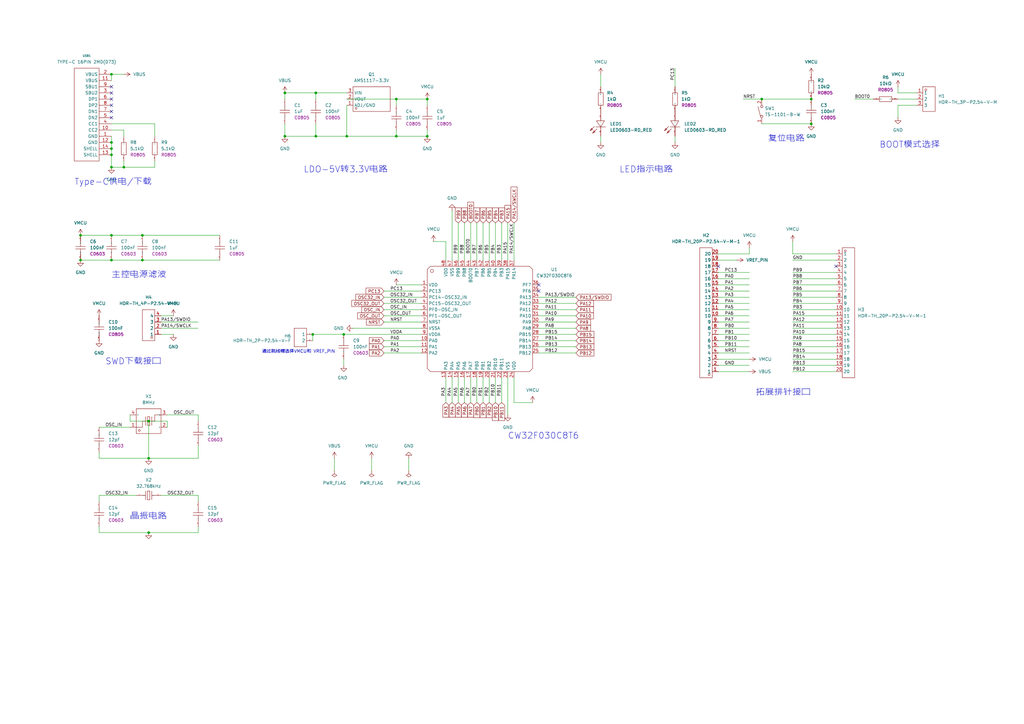
<source format=kicad_sch>
(kicad_sch (version 20231120) (generator "eeschema") (generator_version "8.0")
  (paper "A3")
  (lib_symbols
    (symbol "jlc_library:AMS1117-3.3V_C5120796"
      (property "Reference" "Q" (at 5.08 0 0))
      (property "Value" "AMS1117-3.3V" (at 5.08 0 0))
      (symbol "AMS1117-3.3V_C5120796_1_0"
        (pin passive line (at -2.54 2.54 0) (length 2.54) (name "ADJ/GND") (number "1"))
        (pin passive line (at -2.54 0 0) (length 2.54) (name "VOUT") (number "2"))
        (pin passive line (at -2.54 -2.54 0) (length 2.54) (name "VIN") (number "3"))
      )
    )
    (symbol "jlc_library:C0603"
      (property "Reference" "C" (at 0 0 0))
      (property "Value" "100nF" (at 0 0 0))
      (property "package" "C0603" (at 0 0 0))
      (symbol "C0603_1_0"
        (pin passive line (at 0 -5.08 90) (length 2.54) (name "1") (number "1"))
        (pin passive line (at 0 5.08 270) (length 2.54) (name "2") (number "2"))
      )
    )
    (symbol "jlc_library:C0805"
      (property "Reference" "C" (at 0 0 0))
      (property "Value" "10uF/X7R" (at 0 0 0))
      (property "package" "C0805" (at 0 0 0))
      (symbol "C0805_1_0"
        (pin passive line (at 0 -5.08 90) (length 2.54) (name "1") (number "1"))
        (pin passive line (at 0 5.08 270) (length 2.54) (name "2") (number "2"))
      )
    )
    (symbol "jlc_library:CW32F030C8T6_C3019113"
      (property "Reference" "U" (at 0 0 0))
      (property "Value" "CW32F030C8T6" (at 0 0 0))
      (symbol "CW32F030C8T6_C3019113_1_0"
        (pin passive line (at -25.4 15.24 0) (length 2.54) (name "VDD") (number "1"))
        (pin passive line (at -25.4 -7.62 0) (length 2.54) (name "PA0") (number "10"))
        (pin passive line (at -25.4 -10.16 0) (length 2.54) (name "PA1") (number "11"))
        (pin passive line (at -25.4 -12.7 0) (length 2.54) (name "PA2") (number "12"))
        (pin passive line (at -15.24 -22.86 90) (length 2.54) (name "PA3") (number "13"))
        (pin passive line (at -12.7 -22.86 90) (length 2.54) (name "PA4") (number "14"))
        (pin passive line (at -10.16 -22.86 90) (length 2.54) (name "PA5") (number "15"))
        (pin passive line (at -7.62 -22.86 90) (length 2.54) (name "PA6") (number "16"))
        (pin passive line (at -5.08 -22.86 90) (length 2.54) (name "PA7") (number "17"))
        (pin passive line (at -2.54 -22.86 90) (length 2.54) (name "PB0") (number "18"))
        (pin passive line (at 0 -22.86 90) (length 2.54) (name "PB1") (number "19"))
        (pin passive line (at -25.4 12.7 0) (length 2.54) (name "PC13") (number "2"))
        (pin passive line (at 2.54 -22.86 90) (length 2.54) (name "PB2") (number "20"))
        (pin passive line (at 5.08 -22.86 90) (length 2.54) (name "PB10") (number "21"))
        (pin passive line (at 7.62 -22.86 90) (length 2.54) (name "PB11") (number "22"))
        (pin passive line (at 10.16 -22.86 90) (length 2.54) (name "VSS") (number "23"))
        (pin passive line (at 12.7 -22.86 90) (length 2.54) (name "VDD") (number "24"))
        (pin passive line (at 22.86 -12.7 180) (length 2.54) (name "PB12") (number "25"))
        (pin passive line (at 22.86 -10.16 180) (length 2.54) (name "PB13") (number "26"))
        (pin passive line (at 22.86 -7.62 180) (length 2.54) (name "PB14") (number "27"))
        (pin passive line (at 22.86 -5.08 180) (length 2.54) (name "PB15") (number "28"))
        (pin passive line (at 22.86 -2.54 180) (length 2.54) (name "PA8") (number "29"))
        (pin passive line (at -25.4 10.16 0) (length 2.54) (name "PC14-OSC32_IN") (number "3"))
        (pin passive line (at 22.86 0 180) (length 2.54) (name "PA9") (number "30"))
        (pin passive line (at 22.86 2.54 180) (length 2.54) (name "PA10") (number "31"))
        (pin passive line (at 22.86 5.08 180) (length 2.54) (name "PA11") (number "32"))
        (pin passive line (at 22.86 7.62 180) (length 2.54) (name "PA12") (number "33"))
        (pin passive line (at 22.86 10.16 180) (length 2.54) (name "PA13") (number "34"))
        (pin passive line (at 22.86 12.7 180) (length 2.54) (name "PF6") (number "35"))
        (pin passive line (at 22.86 15.24 180) (length 2.54) (name "PF7") (number "36"))
        (pin passive line (at 12.7 25.4 270) (length 2.54) (name "PA14") (number "37"))
        (pin passive line (at 10.16 25.4 270) (length 2.54) (name "PA15") (number "38"))
        (pin passive line (at 7.62 25.4 270) (length 2.54) (name "PB3") (number "39"))
        (pin passive line (at -25.4 7.62 0) (length 2.54) (name "PC15-OSC32_OUT") (number "4"))
        (pin passive line (at 5.08 25.4 270) (length 2.54) (name "PB4") (number "40"))
        (pin passive line (at 2.54 25.4 270) (length 2.54) (name "PB5") (number "41"))
        (pin passive line (at 0 25.4 270) (length 2.54) (name "PB6") (number "42"))
        (pin passive line (at -2.54 25.4 270) (length 2.54) (name "PB7") (number "43"))
        (pin passive line (at -5.08 25.4 270) (length 2.54) (name "BOOT0") (number "44"))
        (pin passive line (at -7.62 25.4 270) (length 2.54) (name "PB8") (number "45"))
        (pin passive line (at -10.16 25.4 270) (length 2.54) (name "PB9") (number "46"))
        (pin passive line (at -12.7 25.4 270) (length 2.54) (name "VSS") (number "47"))
        (pin passive line (at -15.24 25.4 270) (length 2.54) (name "VDD") (number "48"))
        (pin passive line (at -25.4 5.08 0) (length 2.54) (name "PF0-OSC_IN") (number "5"))
        (pin passive line (at -25.4 2.54 0) (length 2.54) (name "PF1-OSC_OUT") (number "6"))
        (pin passive line (at -25.4 0 0) (length 2.54) (name "NRST") (number "7"))
        (pin passive line (at -25.4 -2.54 0) (length 2.54) (name "VSSA") (number "8"))
        (pin passive line (at -25.4 -5.08 0) (length 2.54) (name "VDDA") (number "9"))
      )
    )
    (symbol "jlc_library:GND" (power) (pin_numbers hide) (pin_names (offset 0) hide)
      (property "Value" "GND" (at 0 -3.81 0))
      (symbol "GND_1_1"
        (pin passive line (at 0 0 270) (length 0) (name "~") (number "1"))
      )
    )
    (symbol "jlc_library:HDR-TH_2P-P2.54-V-F"
      (property "Reference" "H" (at -1.27 1.27 0))
      (symbol "HDR-TH_2P-P2.54-V-F_1_0"
        (pin passive line (at -5.08 2.54 0) (length 2.54) (name "1") (number "1"))
        (pin passive line (at -5.08 0 0) (length 2.54) (name "2") (number "2"))
      )
    )
    (symbol "jlc_library:HDR-TH_3P-P2.54-V-M"
      (property "Reference" "H" (at 0 0 0))
      (symbol "HDR-TH_3P-P2.54-V-M_1_0"
        (pin passive line (at -5.08 2.54 0) (length 2.54) (name "1") (number "1"))
        (pin passive line (at -5.08 0 0) (length 2.54) (name "2") (number "2"))
        (pin passive line (at -5.08 -2.54 0) (length 2.54) (name "3") (number "3"))
      )
    )
    (symbol "jlc_library:HDR-TH_4P-P2.54-V-F"
      (property "Reference" "H" (at 0 1.27 0))
      (symbol "HDR-TH_4P-P2.54-V-F_1_0"
        (pin passive line (at -5.08 5.08 0) (length 2.54) (name "1") (number "1"))
        (pin passive line (at -5.08 2.54 0) (length 2.54) (name "2") (number "2"))
        (pin passive line (at -5.08 0 0) (length 2.54) (name "3") (number "3"))
        (pin passive line (at -5.08 -2.54 0) (length 2.54) (name "4") (number "4"))
      )
    )
    (symbol "jlc_library:HDR_2.54-1x20P"
      (property "Reference" "H" (at 1.27 1.27 0))
      (symbol "HDR_2.54-1x20P_1_0"
        (pin passive line (at -2.54 25.4 0) (length 2.54) (name "1") (number "1"))
        (pin passive line (at -2.54 2.54 0) (length 2.54) (name "10") (number "10"))
        (pin passive line (at -2.54 0 0) (length 2.54) (name "11") (number "11"))
        (pin passive line (at -2.54 -2.54 0) (length 2.54) (name "12") (number "12"))
        (pin passive line (at -2.54 -5.08 0) (length 2.54) (name "13") (number "13"))
        (pin passive line (at -2.54 -7.62 0) (length 2.54) (name "14") (number "14"))
        (pin passive line (at -2.54 -10.16 0) (length 2.54) (name "15") (number "15"))
        (pin passive line (at -2.54 -12.7 0) (length 2.54) (name "16") (number "16"))
        (pin passive line (at -2.54 -15.24 0) (length 2.54) (name "17") (number "17"))
        (pin passive line (at -2.54 -17.78 0) (length 2.54) (name "18") (number "18"))
        (pin passive line (at -2.54 -20.32 0) (length 2.54) (name "19") (number "19"))
        (pin passive line (at -2.54 22.86 0) (length 2.54) (name "2") (number "2"))
        (pin passive line (at -2.54 -22.86 0) (length 2.54) (name "20") (number "20"))
        (pin passive line (at -2.54 20.32 0) (length 2.54) (name "3") (number "3"))
        (pin passive line (at -2.54 17.78 0) (length 2.54) (name "4") (number "4"))
        (pin passive line (at -2.54 15.24 0) (length 2.54) (name "5") (number "5"))
        (pin passive line (at -2.54 12.7 0) (length 2.54) (name "6") (number "6"))
        (pin passive line (at -2.54 10.16 0) (length 2.54) (name "7") (number "7"))
        (pin passive line (at -2.54 7.62 0) (length 2.54) (name "8") (number "8"))
        (pin passive line (at -2.54 5.08 0) (length 2.54) (name "9") (number "9"))
      )
    )
    (symbol "jlc_library:LED0805"
      (property "Reference" "LED" (at 0 0 90))
      (symbol "LED0805_1_0"
        (pin passive line (at 0 5.08 270) (length 3.81) (name "+") (number "1"))
        (pin passive line (at 0 -5.08 90) (length 3.81) (name "-") (number "2"))
      )
    )
    (symbol "jlc_library:PWR_FLAG" (power) (pin_numbers hide) (pin_names (offset 0) hide)
      (property "Value" "PWR_FLAG" (at 0 5.08 0))
      (symbol "PWR_FLAG_0_0"
        (pin passive line (at 0 0 90) (length 0) (name "~") (number "1"))
      )
    )
    (symbol "jlc_library:R0805"
      (property "Reference" "R" (at 0 0 0))
      (property "Value" "10KΩ" (at 0 0 0))
      (property "package" "R0805" (at 0 0 0))
      (symbol "R0805_1_0"
        (pin passive line (at 0 -5.08 90) (length 2.54) (name "1") (number "1"))
        (pin passive line (at 0 5.08 270) (length 2.54) (name "2") (number "2"))
      )
    )
    (symbol "jlc_library:TS-1101-B-W"
      (property "Reference" "SW" (at 0 0 0))
      (property "Value" "TS-1101-B-W" (at 0 0 0))
      (symbol "TS-1101-B-W_1_0"
        (pin passive line (at -5.08 0 0) (length 2.54) (name "1") (number "1"))
        (pin passive line (at 5.08 0 180) (length 2.54) (name "2") (number "2"))
      )
    )
    (symbol "jlc_library:TYPE-C 16PIN 2MD(073)_Fun"
      (property "Reference" "USB" (at -2.54 0 0))
      (property "Value" "TYPE-C 16PIN 2MD(073)" (at -2.54 -1.27 0))
      (symbol "TYPE-C 16PIN 2MD(073)_Fun_1_0"
        (pin passive line (at 10.16 -7.62 180) (length 5.08) (name "GND") (number "1"))
        (pin passive line (at 10.16 -5.08 180) (length 5.08) (name "CC2") (number "10"))
        (pin passive line (at 10.16 15.24 180) (length 5.08) (name "VBUS") (number "11"))
        (pin passive line (at 10.16 -10.16 180) (length 5.08) (name "GND") (number "12"))
        (pin passive line (at 10.16 -15.24 180) (length 5.08) (name "SHELL") (number "13"))
        (pin passive line (at 10.16 -12.7 180) (length 5.08) (name "SHELL") (number "14"))
        (pin passive line (at 10.16 17.78 180) (length 5.08) (name "VBUS") (number "2"))
        (pin passive line (at 10.16 10.16 180) (length 5.08) (name "SBU2") (number "3"))
        (pin passive line (at 10.16 -2.54 180) (length 5.08) (name "CC1") (number "4"))
        (pin passive line (at 10.16 0 180) (length 5.08) (name "DN2") (number "5"))
        (pin passive line (at 10.16 7.62 180) (length 5.08) (name "DP1") (number "6"))
        (pin passive line (at 10.16 2.54 180) (length 5.08) (name "DN1") (number "7"))
        (pin passive line (at 10.16 5.08 180) (length 5.08) (name "DP2") (number "8"))
        (pin passive line (at 10.16 12.7 180) (length 5.08) (name "SBU1") (number "9"))
      )
    )
    (symbol "jlc_library:VCC" (power) (pin_numbers hide) (pin_names (offset 0) hide)
      (property "Value" "VCC" (at 0 3.556 0))
      (symbol "VCC_1_1"
        (pin passive line (at 0 0 90) (length 0) (name "~") (number "1"))
      )
    )
    (symbol "jlc_library:X321532768KGD2SI"
      (property "Reference" "X" (at 0 0 0))
      (property "Value" "32.768kHz" (at 0 0 0))
      (symbol "X321532768KGD2SI_1_0"
        (pin passive line (at -5.08 0 0) (length 2.54) (name "1") (number "1"))
        (pin passive line (at 5.08 0 180) (length 2.54) (name "2") (number "2"))
      )
    )
    (symbol "jlc_library:XL2EL89COI-111YLC-8M"
      (property "Reference" "X" (at 0 0 0))
      (property "Value" "8MHz" (at 0 0 0))
      (symbol "XL2EL89COI-111YLC-8M_1_0"
        (pin passive line (at -7.62 -2.54 0) (length 2.54) (name "1") (number "1"))
        (pin passive line (at 7.62 -2.54 180) (length 2.54) (name "GND") (number "2"))
        (pin passive line (at 7.62 2.54 180) (length 2.54) (name "3") (number "3"))
        (pin passive line (at -7.62 2.54 0) (length 2.54) (name "GND") (number "4"))
      )
    )
  )
  (junction (at 129.54 38.1))
  (junction (at 33.02 106.68))
  (junction (at 116.84 55.88))
  (junction (at 58.42 96.52))
  (junction (at 332.74 40.64))
  (junction (at 312.42 40.64))
  (junction (at 60.96 187.96))
  (junction (at 45.72 60.96))
  (junction (at 332.74 50.8))
  (junction (at 45.72 30.48))
  (junction (at 50.8 68.58))
  (junction (at 175.26 55.88))
  (junction (at 142.24 55.88))
  (junction (at 45.72 106.68))
  (junction (at 129.54 55.88))
  (junction (at 33.02 96.52))
  (junction (at 175.26 40.64))
  (junction (at 162.56 55.88))
  (junction (at 60.96 172.72))
  (junction (at 45.72 68.58))
  (junction (at 128.27 137.16))
  (junction (at 162.56 40.64))
  (junction (at 60.96 218.44))
  (junction (at 116.84 38.1))
  (junction (at 140.97 137.16))
  (junction (at 45.72 96.52))
  (junction (at 45.72 58.42))
  (junction (at 58.42 106.68))
  (junction (at 45.72 63.5))
  (no_connect (at 45.72 48.26))
  (no_connect (at 45.72 35.56))
  (no_connect (at 45.72 43.18))
  (no_connect (at 294.64 109.22))
  (no_connect (at 220.98 119.38))
  (no_connect (at 45.72 45.72))
  (no_connect (at 45.72 40.64))
  (no_connect (at 342.9 109.22))
  (no_connect (at 220.98 116.84))
  (no_connect (at 45.72 38.1))
  (wire (pts (xy 325.12 114.3) (xy 342.9 114.3)))
  (wire (pts (xy 81.28 172.72) (xy 81.28 170.18)))
  (wire (pts (xy 45.72 106.68) (xy 58.42 106.68)))
  (wire (pts (xy 195.58 91.44) (xy 195.58 106.68)))
  (wire (pts (xy 193.04 91.44) (xy 193.04 106.68)))
  (wire (pts (xy 68.58 172.72) (xy 60.96 172.72)))
  (wire (pts (xy 81.28 218.44) (xy 81.28 215.9)))
  (wire (pts (xy 45.72 96.52) (xy 58.42 96.52)))
  (wire (pts (xy 208.28 91.44) (xy 208.28 106.68)))
  (wire (pts (xy 185.42 106.68) (xy 185.42 86.36)))
  (wire (pts (xy 375.92 38.1) (xy 368.3 38.1)))
  (wire (pts (xy 162.56 53.34) (xy 162.56 55.88)))
  (wire (pts (xy 50.8 55.88) (xy 50.8 53.34)))
  (wire (pts (xy 205.74 91.44) (xy 205.74 106.68)))
  (wire (pts (xy 172.72 116.84) (xy 162.56 116.84)))
  (wire (pts (xy 175.26 55.88) (xy 162.56 55.88)))
  (wire (pts (xy 157.48 142.24) (xy 172.72 142.24)))
  (wire (pts (xy 129.54 38.1) (xy 129.54 40.64)))
  (wire (pts (xy 203.2 91.44) (xy 203.2 106.68)))
  (wire (pts (xy 368.3 38.1) (xy 368.3 35.56)))
  (wire (pts (xy 172.72 134.62) (xy 144.78 134.62)))
  (wire (pts (xy 294.64 121.92) (xy 307.34 121.92)))
  (wire (pts (xy 182.88 99.06) (xy 182.88 106.68)))
  (wire (pts (xy 116.84 38.1) (xy 129.54 38.1)))
  (wire (pts (xy 325.12 147.32) (xy 342.9 147.32)))
  (wire (pts (xy 129.54 55.88) (xy 116.84 55.88)))
  (wire (pts (xy 294.64 149.86) (xy 307.34 149.86)))
  (wire (pts (xy 45.72 58.42) (xy 45.72 60.96)))
  (wire (pts (xy 45.72 68.58) (xy 50.8 68.58)))
  (wire (pts (xy 45.72 30.48) (xy 50.8 30.48)))
  (wire (pts (xy 236.22 121.92) (xy 220.98 121.92)))
  (wire (pts (xy 157.48 129.54) (xy 172.72 129.54)))
  (wire (pts (xy 157.48 124.46) (xy 172.72 124.46)))
  (wire (pts (xy 60.96 187.96) (xy 81.28 187.96)))
  (wire (pts (xy 45.72 50.8) (xy 63.5 50.8)))
  (wire (pts (xy 81.28 203.2) (xy 66.04 203.2)))
  (wire (pts (xy 236.22 142.24) (xy 220.98 142.24)))
  (wire (pts (xy 50.8 68.58) (xy 63.5 68.58)))
  (wire (pts (xy 152.4 187.96) (xy 152.4 193.04)))
  (wire (pts (xy 81.28 134.62) (xy 66.04 134.62)))
  (wire (pts (xy 142.24 43.18) (xy 142.24 55.88)))
  (wire (pts (xy 175.26 53.34) (xy 175.26 55.88)))
  (wire (pts (xy 185.42 165.1) (xy 185.42 154.94)))
  (wire (pts (xy 307.34 101.6) (xy 307.34 104.14)))
  (wire (pts (xy 116.84 40.64) (xy 116.84 38.1)))
  (wire (pts (xy 157.48 139.7) (xy 172.72 139.7)))
  (wire (pts (xy 58.42 106.68) (xy 90.17 106.68)))
  (wire (pts (xy 81.28 132.08) (xy 66.04 132.08)))
  (wire (pts (xy 236.22 144.78) (xy 220.98 144.78)))
  (wire (pts (xy 294.64 119.38) (xy 307.34 119.38)))
  (wire (pts (xy 325.12 111.76) (xy 342.9 111.76)))
  (wire (pts (xy 325.12 99.06) (xy 325.12 104.14)))
  (wire (pts (xy 129.54 38.1) (xy 142.24 38.1)))
  (wire (pts (xy 200.66 91.44) (xy 200.66 106.68)))
  (wire (pts (xy 325.12 104.14) (xy 342.9 104.14)))
  (wire (pts (xy 325.12 149.86) (xy 342.9 149.86)))
  (wire (pts (xy 40.64 215.9) (xy 40.64 218.44)))
  (wire (pts (xy 68.58 175.26) (xy 68.58 172.72)))
  (wire (pts (xy 210.82 154.94) (xy 210.82 165.1)))
  (wire (pts (xy 50.8 53.34) (xy 45.72 53.34)))
  (wire (pts (xy 236.22 139.7) (xy 220.98 139.7)))
  (wire (pts (xy 294.64 116.84) (xy 307.34 116.84)))
  (wire (pts (xy 81.28 170.18) (xy 68.58 170.18)))
  (wire (pts (xy 157.48 132.08) (xy 172.72 132.08)))
  (wire (pts (xy 129.54 50.8) (xy 129.54 55.88)))
  (wire (pts (xy 182.88 99.06) (xy 177.8 99.06)))
  (wire (pts (xy 368.3 40.64) (xy 375.92 40.64)))
  (wire (pts (xy 53.34 172.72) (xy 53.34 170.18)))
  (wire (pts (xy 40.64 175.26) (xy 53.34 175.26)))
  (wire (pts (xy 325.12 132.08) (xy 342.9 132.08)))
  (wire (pts (xy 33.02 106.68) (xy 45.72 106.68)))
  (wire (pts (xy 157.48 144.78) (xy 172.72 144.78)))
  (wire (pts (xy 246.38 35.56) (xy 246.38 30.48)))
  (wire (pts (xy 294.64 124.46) (xy 307.34 124.46)))
  (wire (pts (xy 45.72 55.88) (xy 45.72 58.42)))
  (wire (pts (xy 276.86 55.88) (xy 276.86 58.42)))
  (wire (pts (xy 40.64 218.44) (xy 60.96 218.44)))
  (wire (pts (xy 312.42 40.64) (xy 332.74 40.64)))
  (wire (pts (xy 210.82 91.44) (xy 210.82 106.68)))
  (wire (pts (xy 60.96 172.72) (xy 53.34 172.72)))
  (wire (pts (xy 162.56 40.64) (xy 175.26 40.64)))
  (wire (pts (xy 187.96 91.44) (xy 187.96 106.68)))
  (wire (pts (xy 198.12 165.1) (xy 198.12 154.94)))
  (wire (pts (xy 187.96 165.1) (xy 187.96 154.94)))
  (wire (pts (xy 167.64 187.96) (xy 167.64 193.04)))
  (wire (pts (xy 157.48 119.38) (xy 172.72 119.38)))
  (wire (pts (xy 350.52 40.64) (xy 358.14 40.64)))
  (wire (pts (xy 236.22 127) (xy 220.98 127)))
  (wire (pts (xy 325.12 121.92) (xy 342.9 121.92)))
  (wire (pts (xy 205.74 165.1) (xy 205.74 154.94)))
  (wire (pts (xy 140.97 149.86) (xy 140.97 147.32)))
  (wire (pts (xy 45.72 30.48) (xy 45.72 33.02)))
  (wire (pts (xy 116.84 55.88) (xy 116.84 50.8)))
  (wire (pts (xy 294.64 152.4) (xy 307.34 152.4)))
  (wire (pts (xy 375.92 43.18) (xy 368.3 43.18)))
  (wire (pts (xy 294.64 139.7) (xy 307.34 139.7)))
  (wire (pts (xy 40.64 185.42) (xy 40.64 187.96)))
  (wire (pts (xy 294.64 144.78) (xy 307.34 144.78)))
  (wire (pts (xy 175.26 40.64) (xy 175.26 43.18)))
  (wire (pts (xy 325.12 127) (xy 342.9 127)))
  (wire (pts (xy 294.64 111.76) (xy 307.34 111.76)))
  (wire (pts (xy 142.24 40.64) (xy 162.56 40.64)))
  (wire (pts (xy 140.97 137.16) (xy 172.72 137.16)))
  (wire (pts (xy 325.12 152.4) (xy 342.9 152.4)))
  (wire (pts (xy 236.22 124.46) (xy 220.98 124.46)))
  (wire (pts (xy 294.64 114.3) (xy 307.34 114.3)))
  (wire (pts (xy 50.8 68.58) (xy 50.8 66.04)))
  (wire (pts (xy 55.88 203.2) (xy 40.64 203.2)))
  (wire (pts (xy 63.5 68.58) (xy 63.5 66.04)))
  (wire (pts (xy 142.24 55.88) (xy 129.54 55.88)))
  (wire (pts (xy 40.64 187.96) (xy 60.96 187.96)))
  (wire (pts (xy 294.64 134.62) (xy 307.34 134.62)))
  (wire (pts (xy 81.28 187.96) (xy 81.28 182.88)))
  (wire (pts (xy 66.04 129.54) (xy 71.12 129.54)))
  (wire (pts (xy 128.27 139.7) (xy 128.27 137.16)))
  (wire (pts (xy 294.64 142.24) (xy 307.34 142.24)))
  (wire (pts (xy 182.88 165.1) (xy 182.88 154.94)))
  (wire (pts (xy 210.82 165.1) (xy 218.44 165.1)))
  (wire (pts (xy 58.42 96.52) (xy 90.17 96.52)))
  (wire (pts (xy 342.9 124.46) (xy 325.12 124.46)))
  (wire (pts (xy 294.64 129.54) (xy 307.34 129.54)))
  (wire (pts (xy 140.97 137.16) (xy 128.27 137.16)))
  (wire (pts (xy 325.12 139.7) (xy 342.9 139.7)))
  (wire (pts (xy 294.64 132.08) (xy 307.34 132.08)))
  (wire (pts (xy 294.64 106.68) (xy 302.26 106.68)))
  (wire (pts (xy 137.16 187.96) (xy 137.16 193.04)))
  (wire (pts (xy 325.12 142.24) (xy 342.9 142.24)))
  (wire (pts (xy 193.04 165.1) (xy 193.04 154.94)))
  (wire (pts (xy 325.12 116.84) (xy 342.9 116.84)))
  (wire (pts (xy 157.48 121.92) (xy 172.72 121.92)))
  (wire (pts (xy 45.72 60.96) (xy 45.72 63.5)))
  (wire (pts (xy 162.56 40.64) (xy 162.56 43.18)))
  (wire (pts (xy 33.02 96.52) (xy 45.72 96.52)))
  (wire (pts (xy 246.38 55.88) (xy 246.38 58.42)))
  (wire (pts (xy 81.28 205.74) (xy 81.28 203.2)))
  (wire (pts (xy 236.22 134.62) (xy 220.98 134.62)))
  (wire (pts (xy 294.64 127) (xy 307.34 127)))
  (wire (pts (xy 45.72 68.58) (xy 45.72 63.5)))
  (wire (pts (xy 312.42 40.64) (xy 304.8 40.64)))
  (wire (pts (xy 157.48 127) (xy 172.72 127)))
  (wire (pts (xy 162.56 55.88) (xy 142.24 55.88)))
  (wire (pts (xy 325.12 144.78) (xy 342.9 144.78)))
  (wire (pts (xy 200.66 165.1) (xy 200.66 154.94)))
  (wire (pts (xy 325.12 137.16) (xy 342.9 137.16)))
  (wire (pts (xy 325.12 106.68) (xy 342.9 106.68)))
  (wire (pts (xy 60.96 172.72) (xy 60.96 187.96)))
  (wire (pts (xy 236.22 129.54) (xy 220.98 129.54)))
  (wire (pts (xy 71.12 137.16) (xy 66.04 137.16)))
  (wire (pts (xy 40.64 203.2) (xy 40.64 205.74)))
  (wire (pts (xy 236.22 132.08) (xy 220.98 132.08)))
  (wire (pts (xy 203.2 165.1) (xy 203.2 154.94)))
  (wire (pts (xy 60.96 218.44) (xy 81.28 218.44)))
  (wire (pts (xy 294.64 137.16) (xy 307.34 137.16)))
  (wire (pts (xy 195.58 165.1) (xy 195.58 154.94)))
  (wire (pts (xy 208.28 154.94) (xy 208.28 170.18)))
  (wire (pts (xy 325.12 134.62) (xy 342.9 134.62)))
  (wire (pts (xy 342.9 119.38) (xy 325.12 119.38)))
  (wire (pts (xy 312.42 50.8) (xy 332.74 50.8)))
  (wire (pts (xy 190.5 165.1) (xy 190.5 154.94)))
  (wire (pts (xy 325.12 129.54) (xy 342.9 129.54)))
  (wire (pts (xy 294.64 147.32) (xy 307.34 147.32)))
  (wire (pts (xy 276.86 35.56) (xy 276.86 27.94)))
  (wire (pts (xy 63.5 50.8) (xy 63.5 55.88)))
  (wire (pts (xy 198.12 91.44) (xy 198.12 106.68)))
  (wire (pts (xy 236.22 137.16) (xy 220.98 137.16)))
  (wire (pts (xy 307.34 104.14) (xy 294.64 104.14)))
  (wire (pts (xy 368.3 43.18) (xy 368.3 48.26)))
  (wire (pts (xy 190.5 91.44) (xy 190.5 106.68)))
  (text "主控电源滤波" (at 45.72 114.3 0) (effects (font (size 2.54 2.54)) (justify left bottom)))
  (text "SWD下载接口" (at 43.18 149.86 0) (effects (font (size 2.54 2.54)) (justify left bottom)))
  (text "CW32F030C8T6" (at 208.28 180.34 0) (effects (font (size 2.54 2.54)) (justify left bottom)))
  (text "Type-C供电/下载" (at 30.48 76.2 0) (effects (font (size 2.54 2.54)) (justify left bottom)))
  (text "拓展排针接口" (at 309.88 162.56 0) (effects (font (size 2.54 2.54)) (justify left bottom)))
  (text "晶振电路" (at 53.34 213.36 0) (effects (font (size 2.54 2.54)) (justify left bottom)))
  (text "通过跳线帽选择VMCU和 VREF_PIN" (at 122.428 144.272 0) (effects (font (size 1.27 1.27))))
  (text "LDO-5V转3.3V电路" (at 124.46 71.12 0) (effects (font (size 2.54 2.54)) (justify left bottom)))
  (text "复位电路" (at 314.96 58.42 0) (effects (font (size 2.54 2.54)) (justify left bottom)))
  (text "BOOT模式选择" (at 360.68 60.96 0) (effects (font (size 2.54 2.54)) (justify left bottom)))
  (text "LED指示电路" (at 254 71.12 0) (effects (font (size 2.54 2.54)) (justify left bottom)))
  (label "GND" (at 325.12 106.68 0))
  (label "PA1" (at 297.18 116.84 0))
  (label "PB14" (at 325.12 147.32 0))
  (label "PA10" (at 223.52 129.54 0))
  (label "PB4" (at 325.12 124.46 0))
  (label "OSC32_OUT" (at 160.02 124.46 0))
  (label "PB3" (at 325.12 127 0))
  (label "PA14/SWCLK" (at 210.82 104.14 90))
  (label "PB11" (at 297.18 142.24 0))
  (label "NRST" (at 297.18 144.78 0))
  (label "PB1" (at 198.12 162.56 90))
  (label "PA9" (at 325.12 139.7 0))
  (label "OSC_OUT" (at 160.02 129.54 0))
  (label "PB0" (at 297.18 134.62 0))
  (label "PB12" (at 325.12 152.4 0))
  (label "OSC_IN" (at 160.02 127 0))
  (label "PA9" (at 223.52 132.08 0))
  (label "PA3" (at 182.88 162.56 90))
  (label "PA15" (at 208.28 104.14 90))
  (label "PA0" (at 297.18 114.3 0))
  (label "PA1" (at 160.02 142.24 0))
  (label "PA15" (at 325.12 129.54 0))
  (label "GND" (at 297.18 149.86 0))
  (label "PB6" (at 325.12 119.38 0))
  (label "PA2" (at 297.18 119.38 0))
  (label "PB4" (at 203.2 104.14 90))
  (label "PC13" (at 276.86 33.02 90))
  (label "PB2" (at 200.66 162.56 90))
  (label "PA6" (at 297.18 129.54 0))
  (label "PA10" (at 325.12 137.16 0))
  (label "PA11" (at 325.12 134.62 0))
  (label "PB13" (at 325.12 149.86 0))
  (label "PA3" (at 297.18 121.92 0))
  (label "PB0" (at 195.58 162.56 90))
  (label "NRST" (at 160.02 132.08 0))
  (label "OSC_OUT" (at 71.12 170.18 0))
  (label "PB1" (at 297.18 137.16 0))
  (label "PB11" (at 205.74 162.56 90))
  (label "PB6" (at 198.12 104.14 90))
  (label "PA0" (at 160.02 139.7 0))
  (label "OSC32_IN" (at 160.02 121.92 0))
  (label "PC13" (at 297.18 111.76 0))
  (label "PB5" (at 200.66 104.14 90))
  (label "PB8" (at 325.12 114.3 0))
  (label "PA4" (at 297.18 124.46 0))
  (label "PB9" (at 325.12 111.76 0))
  (label "PA11" (at 223.52 127 0))
  (label "PB7" (at 325.12 116.84 0))
  (label "PB3" (at 205.74 104.14 90))
  (label "PA12" (at 223.52 124.46 0))
  (label "OSC32_IN" (at 43.18 203.2 0))
  (label "PB12" (at 223.52 144.78 0))
  (label "PB15" (at 223.52 137.16 0))
  (label "PB10" (at 203.2 162.56 90))
  (label "BOOT0" (at 350.52 40.64 0))
  (label "PA13/SWDIO" (at 66.04 132.08 0))
  (label "PA2" (at 160.02 144.78 0))
  (label "PB13" (at 223.52 142.24 0))
  (label "BOOT0" (at 193.04 104.14 90))
  (label "PB7" (at 195.58 104.14 90))
  (label "PB5" (at 325.12 121.92 0))
  (label "PA4" (at 185.42 162.56 90))
  (label "PB15" (at 325.12 144.78 0))
  (label "PB8" (at 190.5 104.14 90))
  (label "PA7" (at 193.04 162.56 90))
  (label "PA8" (at 223.52 134.62 0))
  (label "PB10" (at 297.18 139.7 0))
  (label "PA5" (at 187.96 162.56 90))
  (label "PA13/SWDIO" (at 223.52 121.92 0))
  (label "PA8" (at 325.12 142.24 0))
  (label "OSC_IN" (at 43.18 175.26 0))
  (label "VDDA" (at 160.02 137.16 0))
  (label "PC13" (at 160.02 119.38 0))
  (label "PA5" (at 297.18 127 0))
  (label "PA7" (at 297.18 132.08 0))
  (label "OSC32_OUT" (at 68.58 203.2 0))
  (label "PB14" (at 223.52 139.7 0))
  (label "NRST" (at 304.8 40.64 0))
  (label "PA12" (at 325.12 132.08 0))
  (label "PB9" (at 187.96 104.14 90))
  (label "PA14/SWCLK" (at 66.04 134.62 0))
  (label "PA6" (at 190.5 162.56 90))
  (global_label "PA14/SWCLK" (shape input) (at 210.82 91.44 90) (property "Intersheetrefs" "${INTERSHEET_REFS}" (effects (hide yes))))
  (global_label "PA0" (shape input) (at 157.48 139.7 180) (property "Intersheetrefs" "${INTERSHEET_REFS}" (effects (hide yes))))
  (global_label "PA9" (shape input) (at 236.22 132.08 0) (property "Intersheetrefs" "${INTERSHEET_REFS}" (effects (hide yes))))
  (global_label "OSC32_IN" (shape input) (at 157.48 121.92 180) (property "Intersheetrefs" "${INTERSHEET_REFS}" (effects (hide yes))))
  (global_label "PB12" (shape input) (at 236.22 144.78 0) (property "Intersheetrefs" "${INTERSHEET_REFS}" (effects (hide yes))))
  (global_label "PB8" (shape input) (at 190.5 91.44 90) (property "Intersheetrefs" "${INTERSHEET_REFS}" (effects (hide yes))))
  (global_label "OSC_OUT" (shape input) (at 157.48 129.54 180) (property "Intersheetrefs" "${INTERSHEET_REFS}" (effects (hide yes))))
  (global_label "PB6" (shape input) (at 198.12 91.44 90) (property "Intersheetrefs" "${INTERSHEET_REFS}" (effects (hide yes))))
  (global_label "PB14" (shape input) (at 236.22 139.7 0) (property "Intersheetrefs" "${INTERSHEET_REFS}" (effects (hide yes))))
  (global_label "PA11" (shape input) (at 236.22 127 0) (property "Intersheetrefs" "${INTERSHEET_REFS}" (effects (hide yes))))
  (global_label "NRST" (shape input) (at 157.48 132.08 180) (property "Intersheetrefs" "${INTERSHEET_REFS}" (effects (hide yes))))
  (global_label "OSC32_OUT" (shape input) (at 157.48 124.46 180) (property "Intersheetrefs" "${INTERSHEET_REFS}" (effects (hide yes))))
  (global_label "PB11" (shape input) (at 205.74 165.1 270) (property "Intersheetrefs" "${INTERSHEET_REFS}" (effects (hide yes))))
  (global_label "PA10" (shape input) (at 236.22 129.54 0) (property "Intersheetrefs" "${INTERSHEET_REFS}" (effects (hide yes))))
  (global_label "BOOT0" (shape input) (at 193.04 91.44 90) (property "Intersheetrefs" "${INTERSHEET_REFS}" (effects (hide yes))))
  (global_label "PB4" (shape input) (at 203.2 91.44 90) (property "Intersheetrefs" "${INTERSHEET_REFS}" (effects (hide yes))))
  (global_label "PA4" (shape input) (at 185.42 165.1 270) (property "Intersheetrefs" "${INTERSHEET_REFS}" (effects (hide yes))))
  (global_label "PA15" (shape input) (at 208.28 91.44 90) (property "Intersheetrefs" "${INTERSHEET_REFS}" (effects (hide yes))))
  (global_label "PA12" (shape input) (at 236.22 124.46 0) (property "Intersheetrefs" "${INTERSHEET_REFS}" (effects (hide yes))))
  (global_label "PA3" (shape input) (at 182.88 165.1 270) (property "Intersheetrefs" "${INTERSHEET_REFS}" (effects (hide yes))))
  (global_label "PB0" (shape input) (at 195.58 165.1 270) (property "Intersheetrefs" "${INTERSHEET_REFS}" (effects (hide yes))))
  (global_label "PC13" (shape input) (at 157.48 119.38 180) (property "Intersheetrefs" "${INTERSHEET_REFS}" (effects (hide yes))))
  (global_label "PA7" (shape input) (at 193.04 165.1 270) (property "Intersheetrefs" "${INTERSHEET_REFS}" (effects (hide yes))))
  (global_label "PB15" (shape input) (at 236.22 137.16 0) (property "Intersheetrefs" "${INTERSHEET_REFS}" (effects (hide yes))))
  (global_label "PB13" (shape input) (at 236.22 142.24 0) (property "Intersheetrefs" "${INTERSHEET_REFS}" (effects (hide yes))))
  (global_label "PB7" (shape input) (at 195.58 91.44 90) (property "Intersheetrefs" "${INTERSHEET_REFS}" (effects (hide yes))))
  (global_label "PA13/SWDIO" (shape input) (at 236.22 121.92 0) (property "Intersheetrefs" "${INTERSHEET_REFS}" (effects (hide yes))))
  (global_label "PB3" (shape input) (at 205.74 91.44 90) (property "Intersheetrefs" "${INTERSHEET_REFS}" (effects (hide yes))))
  (global_label "PB10" (shape input) (at 203.2 165.1 270) (property "Intersheetrefs" "${INTERSHEET_REFS}" (effects (hide yes))))
  (global_label "PA6" (shape input) (at 190.5 165.1 270) (property "Intersheetrefs" "${INTERSHEET_REFS}" (effects (hide yes))))
  (global_label "PA2" (shape input) (at 157.48 144.78 180) (property "Intersheetrefs" "${INTERSHEET_REFS}" (effects (hide yes))))
  (global_label "PA1" (shape input) (at 157.48 142.24 180) (property "Intersheetrefs" "${INTERSHEET_REFS}" (effects (hide yes))))
  (global_label "PB2" (shape input) (at 200.66 165.1 270) (property "Intersheetrefs" "${INTERSHEET_REFS}" (effects (hide yes))))
  (global_label "PB9" (shape input) (at 187.96 91.44 90) (property "Intersheetrefs" "${INTERSHEET_REFS}" (effects (hide yes))))
  (global_label "PB1" (shape input) (at 198.12 165.1 270) (property "Intersheetrefs" "${INTERSHEET_REFS}" (effects (hide yes))))
  (global_label "OSC_IN" (shape input) (at 157.48 127 180) (property "Intersheetrefs" "${INTERSHEET_REFS}" (effects (hide yes))))
  (global_label "PA5" (shape input) (at 187.96 165.1 270) (property "Intersheetrefs" "${INTERSHEET_REFS}" (effects (hide yes))))
  (global_label "PB5" (shape input) (at 200.66 91.44 90) (property "Intersheetrefs" "${INTERSHEET_REFS}" (effects (hide yes))))
  (global_label "PA8" (shape input) (at 236.22 134.62 0) (property "Intersheetrefs" "${INTERSHEET_REFS}" (effects (hide yes))))
  (symbol (lib_id "jlc_library:R0805") (at 276.86 40.64 180) (unit 1)
    (property "Reference" "R5" (at 279.4 38.0999 0) (effects (justify right)))
    (property "Value" "1kΩ" (at 279.4 40.6399 0) (effects (justify right)))
    (property "Footprint" "common_library:R0805" (effects (hide yes)))
    (property "Datasheet" "https://atta.szlcsc.com/upload/public/pdf/source/20200306/C422600_1E6D84923E4A46A82E41ADD87F860B5C.pdf" (effects (hide yes)))
    (property "Description" "电阻类型:厚膜电阻;阻值:1kΩ;精度:±1%;功率:62.5mW;最大工作电压:50V;温度系数:±100ppm/°C;" (effects (hide yes)))
    (property "Manufacturer Part" "0402WGF1001TCE" (effects (hide yes)))
    (property "Manufacturer" "UNI-ROYAL(厚声)" (effects (hide yes)))
    (property "Supplier Part" "C11702" (effects (hide yes)))
    (property "Supplier" "LCSC" (effects (hide yes)))
    (property "LCSC Part Name" "1kΩ ±1% 62.5mW 厚膜电阻" (effects (hide yes)))
    (property "Channel ID" "$1e10726" (effects (hide yes)))
    (property "Group ID" "1" (effects (hide yes)))
    (property "Reuse Block" "1" (effects (hide yes)))
    (property "package" "R0805" (at 279.4 43.1799 0) (effects (justify right)))
  )
  (symbol (lib_id "jlc_library:GND") (at 40.64 139.7 0) (unit 1)
    (property "Reference" "#PWR028" (effects (hide yes)))
    (property "Value" "GND" (at 40.64 144.78 0))
    (property "Footprint" "common_library:" (effects (hide yes)))
    (property "Description" "Power symbol creates a global label with name \"GND\" , ground" (effects (hide yes)))
  )
  (symbol (lib_id "jlc_library:PWR_FLAG") (at 152.4 193.04 180) (unit 1)
    (property "Reference" "#FLG04" (effects (hide yes)))
    (property "Value" "PWR_FLAG" (at 152.4 198.12 0))
    (property "Description" "Special symbol for telling ERC where power comes from" (effects (hide yes)))
  )
  (symbol (lib_id "jlc_library:VCC") (at 50.8 30.48 270) (unit 1)
    (property "Reference" "#PWR01" (effects (hide yes)))
    (property "Value" "VBUS" (at 54.61 30.4799 90) (effects (justify left)))
    (property "Footprint" "common_library:" (effects (hide yes)))
    (property "Description" "Power symbol creates a global label with name \"+3.3V\"" (effects (hide yes)))
  )
  (symbol (lib_id "jlc_library:C0603") (at 81.28 210.82 180) (unit 1)
    (property "Reference" "C15" (at 85.09 208.2799 0) (effects (justify right)))
    (property "Value" "12pF" (at 85.09 210.8199 0) (effects (justify right)))
    (property "Footprint" "common_library:C0603" (effects (hide yes)))
    (property "Datasheet" "https://atta.szlcsc.com/upload/public/pdf/source/20200305/C486355_26A10D38EF8C2A5C37091D0039909270.pdf" (effects (hide yes)))
    (property "Description" "容值:12pF;精度:±5%;额定电压:50V;材质(温度系数):C0G;" (effects (hide yes)))
    (property "Manufacturer Part" "0402CG120J500NT" (effects (hide yes)))
    (property "Manufacturer" "FH(风华)" (effects (hide yes)))
    (property "Supplier Part" "C1547" (effects (hide yes)))
    (property "Supplier" "LCSC" (effects (hide yes)))
    (property "LCSC Part Name" "12pF ±5% 50V" (effects (hide yes)))
    (property "Channel ID" "$1e12003" (effects (hide yes)))
    (property "Group ID" "1" (effects (hide yes)))
    (property "Reuse Block" "1" (effects (hide yes)))
    (property "package" "C0603" (at 85.09 213.3599 0) (effects (justify right)))
  )
  (symbol (lib_id "jlc_library:HDR-TH_2P-P2.54-V-F") (at 123.19 139.7 0) (mirror y) (unit 1)
    (property "Reference" "H6" (at 119.38 137.7949 0) (effects (justify left)))
    (property "Value" "HDR-TH_2P-P2.54-V-F" (at 119.38 139.7 0) (effects (justify left)))
    (property "Footprint" "common_library:HDR-TH_2P-P2.54-V-F" (effects (hide yes)))
    (property "Supplier Part" "C49661" (effects (hide yes)))
  )
  (symbol (lib_id "jlc_library:C0603") (at 58.42 101.6 180) (unit 1)
    (property "Reference" "C8" (at 62.23 99.0599 0) (effects (justify right)))
    (property "Value" "100nF" (at 62.23 101.5999 0) (effects (justify right)))
    (property "Footprint" "common_library:C0603" (effects (hide yes)))
    (property "Datasheet" "https://atta.szlcsc.com/upload/public/pdf/source/20180326/C77020_39BD49C951FF1AF0DB1F1FAC5AC1E401.pdf" (effects (hide yes)))
    (property "Description" "容值:100nF;精度:±10%;额定电压:50V;材质(温度系数):X7R;" (effects (hide yes)))
    (property "Manufacturer Part" "GRM155R71H104KE14D" (effects (hide yes)))
    (property "Manufacturer" "muRata(村田)" (effects (hide yes)))
    (property "Supplier Part" "C77020" (effects (hide yes)))
    (property "Supplier" "LCSC" (effects (hide yes)))
    (property "LCSC Part Name" "100nF ±10% 50V" (effects (hide yes)))
    (property "Channel ID" "$1e10202" (effects (hide yes)))
    (property "Group ID" "1" (effects (hide yes)))
    (property "Reuse Block" "1" (effects (hide yes)))
    (property "package" "C0603" (at 62.23 104.1399 0) (effects (justify right)))
  )
  (symbol (lib_id "jlc_library:VCC") (at 325.12 99.06 0) (unit 1)
    (property "Reference" "#PWR09" (effects (hide yes)))
    (property "Value" "VMCU" (at 325.12 93.98 0))
    (property "Footprint" "common_library:" (effects (hide yes)))
    (property "Description" "Power symbol creates a global label with name \"+3.3V\"" (effects (hide yes)))
  )
  (symbol (lib_id "jlc_library:CW32F030C8T6_C3019113") (at 198.12 132.08 0) (unit 1)
    (property "Reference" "U1" (at 227.33 110.5214 0))
    (property "Value" "CW32F030C8T6" (at 227.33 113.0614 0))
    (property "Footprint" "common_library:LQFP-48_L7.0-W7.0-P0.50-LS9.0-TL" (effects (hide yes)))
    (property "Datasheet" "https://atta.szlcsc.com/upload/public/pdf/source/20220516/D60F5E1023A73FFF550D4A77416DDFBC.pdf" (effects (hide yes)))
    (property "Description" "CPU内核:ARM-M系列;RAM总容量:8KB;GPIO端口数量:39;工作电压范围:1.65V~5.5V;CPU最大主频:64MHz;程序存储器类型:-;" (effects (hide yes)))
    (property "Manufacturer Part" "CW32F030C8T6" (effects (hide yes)))
    (property "Manufacturer" "CW(芯源)" (effects (hide yes)))
    (property "Supplier Part" "C3019113" (effects (hide yes)))
    (property "Supplier" "LCSC" (effects (hide yes)))
    (property "LCSC Part Name" "CW32F030C8T6" (effects (hide yes)))
    (property "Channel ID" "$1e16879" (effects (hide yes)))
    (property "Group ID" "1" (effects (hide yes)))
    (property "Reuse Block" "1" (effects (hide yes)))
  )
  (symbol (lib_id "jlc_library:VCC") (at 307.34 152.4 270) (unit 1)
    (property "Reference" "#PWR010" (effects (hide yes)))
    (property "Value" "VBUS" (at 311.15 152.3999 90) (effects (justify left)))
    (property "Footprint" "common_library:" (effects (hide yes)))
    (property "Description" "Power symbol creates a global label with name \"+3.3V\"" (effects (hide yes)))
  )
  (symbol (lib_id "jlc_library:VCC") (at 307.34 147.32 270) (unit 1)
    (property "Reference" "#PWR07" (effects (hide yes)))
    (property "Value" "VMCU" (at 311.15 147.3199 90) (effects (justify left)))
    (property "Footprint" "common_library:" (effects (hide yes)))
    (property "Description" "Power symbol creates a global label with name \"+3.3V\"" (effects (hide yes)))
  )
  (symbol (lib_id "jlc_library:GND") (at 60.96 187.96 0) (unit 1)
    (property "Reference" "#PWR033" (effects (hide yes)))
    (property "Value" "GND" (at 60.96 193.04 0))
    (property "Footprint" "common_library:" (effects (hide yes)))
    (property "Description" "Power symbol creates a global label with name \"GND\" , ground" (effects (hide yes)))
  )
  (symbol (lib_id "jlc_library:VCC") (at 177.8 99.06 0) (unit 1)
    (property "Reference" "#PWR021" (effects (hide yes)))
    (property "Value" "VMCU" (at 177.8 93.98 0))
    (property "Footprint" "common_library:" (effects (hide yes)))
    (property "Description" "Power symbol creates a global label with name \"+3.3V\"" (effects (hide yes)))
  )
  (symbol (lib_id "jlc_library:GND") (at 208.28 170.18 0) (unit 1)
    (property "Reference" "#PWR032" (effects (hide yes)))
    (property "Value" "GND" (at 208.28 175.26 0))
    (property "Footprint" "common_library:" (effects (hide yes)))
    (property "Description" "Power symbol creates a global label with name \"GND\" , ground" (effects (hide yes)))
  )
  (symbol (lib_id "jlc_library:VCC") (at 116.84 38.1 0) (unit 1)
    (property "Reference" "#PWR04" (effects (hide yes)))
    (property "Value" "VBUS" (at 116.84 33.02 0))
    (property "Footprint" "common_library:" (effects (hide yes)))
    (property "Description" "Power symbol creates a global label with name \"+3.3V\"" (effects (hide yes)))
  )
  (symbol (lib_id "jlc_library:GND") (at 175.26 55.88 0) (unit 1)
    (property "Reference" "#PWR015" (effects (hide yes)))
    (property "Value" "GND" (at 175.26 60.96 0))
    (property "Footprint" "common_library:" (effects (hide yes)))
    (property "Description" "Power symbol creates a global label with name \"GND\" , ground" (effects (hide yes)))
  )
  (symbol (lib_id "jlc_library:GND") (at 144.78 134.62 270) (unit 1)
    (property "Reference" "#PWR026" (effects (hide yes)))
    (property "Value" "GND" (at 140.97 134.6199 90) (effects (justify right)))
    (property "Footprint" "common_library:" (effects (hide yes)))
    (property "Description" "Power symbol creates a global label with name \"GND\" , ground" (effects (hide yes)))
  )
  (symbol (lib_id "jlc_library:GND") (at 45.72 68.58 0) (unit 1)
    (property "Reference" "#PWR018" (effects (hide yes)))
    (property "Value" "GND" (at 45.72 73.66 0))
    (property "Footprint" "common_library:" (effects (hide yes)))
    (property "Description" "Power symbol creates a global label with name \"GND\" , ground" (effects (hide yes)))
  )
  (symbol (lib_id "jlc_library:PWR_FLAG") (at 167.64 193.04 180) (unit 1)
    (property "Reference" "#FLG05" (effects (hide yes)))
    (property "Value" "PWR_FLAG" (at 167.64 198.12 0))
    (property "Description" "Special symbol for telling ERC where power comes from" (effects (hide yes)))
  )
  (symbol (lib_id "jlc_library:GND") (at 246.38 58.42 0) (unit 1)
    (property "Reference" "#PWR016" (effects (hide yes)))
    (property "Value" "GND" (at 246.38 63.5 0))
    (property "Footprint" "common_library:" (effects (hide yes)))
    (property "Description" "Power symbol creates a global label with name \"GND\" , ground" (effects (hide yes)))
  )
  (symbol (lib_id "jlc_library:GND") (at 185.42 86.36 180) (unit 1)
    (property "Reference" "#PWR019" (effects (hide yes)))
    (property "Value" "GND" (at 185.42 81.28 0))
    (property "Footprint" "common_library:" (effects (hide yes)))
    (property "Description" "Power symbol creates a global label with name \"GND\" , ground" (effects (hide yes)))
  )
  (symbol (lib_id "jlc_library:GND") (at 71.12 137.16 0) (unit 1)
    (property "Reference" "#PWR027" (effects (hide yes)))
    (property "Value" "GND" (at 71.12 142.24 0))
    (property "Footprint" "common_library:" (effects (hide yes)))
    (property "Description" "Power symbol creates a global label with name \"GND\" , ground" (effects (hide yes)))
  )
  (symbol (lib_id "jlc_library:HDR_2.54-1x20P") (at 292.1 127 180) (unit 1)
    (property "Reference" "H2" (at 289.56 96.52 0))
    (property "Value" "HDR-TH_20P-P2.54-V-M-1" (at 289.56 99.06 0))
    (property "Footprint" "common_library:HDR-TH_20P-P2.54-V-M-1" (effects (hide yes)))
    (property "Description" "间距:2.54mm;总PIN位数:20;排数:1;插针结构:-;行距:-;安装类型:直插;圆针/方针:-;额定电流:-;额定电压:-;配合针长度:-;塑高:-;触头材质:黄铜;触头镀层:-;颜色:黑色;" (effects (hide yes)))
    (property "Supplier Part" "C50981" (effects (hide yes)))
    (property "Channel ID" "$1e1754" (effects (hide yes)))
    (property "Group ID" "1" (effects (hide yes)))
    (property "Reuse Block" "1" (effects (hide yes)))
  )
  (symbol (lib_id "jlc_library:GND") (at 116.84 55.88 0) (unit 1)
    (property "Reference" "#PWR014" (effects (hide yes)))
    (property "Value" "GND" (at 116.84 60.96 0))
    (property "Footprint" "common_library:" (effects (hide yes)))
    (property "Description" "Power symbol creates a global label with name \"GND\" , ground" (effects (hide yes)))
  )
  (symbol (lib_id "jlc_library:C0805") (at 129.54 45.72 180) (unit 1)
    (property "Reference" "C2" (at 133.35 43.1799 0) (effects (justify right)))
    (property "Value" "100nF" (at 133.35 45.7199 0) (effects (justify right)))
    (property "Footprint" "common_library:C0805" (effects (hide yes)))
    (property "Datasheet" "https://atta.szlcsc.com/upload/public/pdf/source/20180910/C282072_33301C7F631E79921B82A8DAC6BCC5B3.pdf" (effects (hide yes)))
    (property "Description" "容值:100nF;精度:±10%;额定电压:50V;材质(温度系数):X7R;" (effects (hide yes)))
    (property "Manufacturer Part" "CC0603KRX7R9BB104" (effects (hide yes)))
    (property "Manufacturer" "YAGEO(国巨)" (effects (hide yes)))
    (property "Supplier Part" "C14663" (effects (hide yes)))
    (property "Supplier" "LCSC" (effects (hide yes)))
    (property "LCSC Part Name" "100nF ±10% 50V" (effects (hide yes)))
    (property "Channel ID" "$1e10333" (effects (hide yes)))
    (property "Group ID" "1" (effects (hide yes)))
    (property "Reuse Block" "1" (effects (hide yes)))
    (property "package" "C0805" (at 133.35 48.2599 0) (effects (justify right)))
  )
  (symbol (lib_id "jlc_library:C0603") (at 140.97 142.24 180) (unit 1)
    (property "Reference" "C9" (at 144.78 139.6999 0) (effects (justify right)))
    (property "Value" "100nF" (at 144.78 142.2399 0) (effects (justify right)))
    (property "Footprint" "common_library:C0603" (effects (hide yes)))
    (property "Datasheet" "https://atta.szlcsc.com/upload/public/pdf/source/20180326/C77020_39BD49C951FF1AF0DB1F1FAC5AC1E401.pdf" (effects (hide yes)))
    (property "Description" "容值:100nF;精度:±10%;额定电压:50V;材质(温度系数):X7R;" (effects (hide yes)))
    (property "Manufacturer Part" "GRM155R71H104KE14D" (effects (hide yes)))
    (property "Manufacturer" "muRata(村田)" (effects (hide yes)))
    (property "Supplier Part" "C77020" (effects (hide yes)))
    (property "Supplier" "LCSC" (effects (hide yes)))
    (property "LCSC Part Name" "100nF ±10% 50V" (effects (hide yes)))
    (property "Channel ID" "$1e10240" (effects (hide yes)))
    (property "Group ID" "1" (effects (hide yes)))
    (property "Reuse Block" "1" (effects (hide yes)))
    (property "package" "C0603" (at 144.78 144.7799 0) (effects (justify right)))
  )
  (symbol (lib_id "jlc_library:VCC") (at 40.64 129.54 0) (unit 1)
    (property "Reference" "#PWR024" (effects (hide yes)))
    (property "Value" "VMCU" (at 40.64 124.46 0))
    (property "Footprint" "common_library:" (effects (hide yes)))
    (property "Description" "Power symbol creates a global label with name \"+3.3V\"" (effects (hide yes)))
  )
  (symbol (lib_id "jlc_library:LED0805") (at 246.38 50.8 0) (unit 1)
    (property "Reference" "LED1" (at 250.19 50.7999 0) (effects (justify left)))
    (property "Value" "LED0603-RD_RED" (at 250.19 53.3399 0) (effects (justify left)))
    (property "Footprint" "common_library:LED0805-R-RD" (effects (hide yes)))
    (property "Datasheet" "https://atta.szlcsc.com/upload/public/pdf/source/20200820/C84263_DABC6A75E58F576973B407FDBA283D60.pdf" (effects (hide yes)))
    (property "Description" "灯头类型:-;发光颜色:红色;正向电压(VF):1.6V~2.6V;功率:65mW;正向电流:20mA;主波长:615nm~630nm;二极管配置:独立二极管;透镜颜色:无色透明透镜;色温:-;发光强度:80mcd~220mcd;发光角度:130°;载带方式:-;工作温度:-30°C~+85°C;" (effects (hide yes)))
    (property "Manufacturer Part" "NCD0603R1" (effects (hide yes)))
    (property "Manufacturer" "国星光电" (effects (hide yes)))
    (property "Supplier Part" "C84263" (effects (hide yes)))
    (property "Supplier" "LCSC" (effects (hide yes)))
    (property "LCSC Part Name" "NCD0603R1" (effects (hide yes)))
    (property "Channel ID" "$1e27051" (effects (hide yes)))
    (property "Group ID" "1" (effects (hide yes)))
    (property "Reuse Block" "1" (effects (hide yes)))
  )
  (symbol (lib_id "jlc_library:C0805") (at 116.84 45.72 180) (unit 1)
    (property "Reference" "C1" (at 120.65 43.1799 0) (effects (justify right)))
    (property "Value" "1uF" (at 120.65 45.7199 0) (effects (justify right)))
    (property "Footprint" "common_library:C0805" (effects (hide yes)))
    (property "Datasheet" "https://atta.szlcsc.com/upload/public/pdf/source/20220919/9FBE606BE0D9532D730F292EB26DC5BB.pdf" (effects (hide yes)))
    (property "Description" "容值:1uF;精度:±10%;额定电压:10V;材质(温度系数):X5R;" (effects (hide yes)))
    (property "Manufacturer Part" "CL10A105KO8NNNC" (effects (hide yes)))
    (property "Manufacturer" "SAMSUNG(三星)" (effects (hide yes)))
    (property "Supplier Part" "C1592" (effects (hide yes)))
    (property "Supplier" "LCSC" (effects (hide yes)))
    (property "LCSC Part Name" "1uF ±10% 16V" (effects (hide yes)))
    (property "Channel ID" "$1e9415" (effects (hide yes)))
    (property "Group ID" "1" (effects (hide yes)))
    (property "Reuse Block" "1" (effects (hide yes)))
    (property "package" "C0805" (at 120.65 48.2599 0) (effects (justify right)))
  )
  (symbol (lib_id "jlc_library:VCC") (at 71.12 129.54 0) (unit 1)
    (property "Reference" "#PWR025" (effects (hide yes)))
    (property "Value" "VMCU" (at 71.12 124.46 0))
    (property "Footprint" "common_library:" (effects (hide yes)))
    (property "Description" "Power symbol creates a global label with name \"+3.3V\"" (effects (hide yes)))
  )
  (symbol (lib_id "jlc_library:VCC") (at 175.26 40.64 0) (unit 1)
    (property "Reference" "#PWR05" (effects (hide yes)))
    (property "Value" "VMCU" (at 175.26 35.56 0))
    (property "Footprint" "common_library:" (effects (hide yes)))
    (property "Description" "Power symbol creates a global label with name \"+3.3V\"" (effects (hide yes)))
  )
  (symbol (lib_id "jlc_library:C0805") (at 162.56 48.26 180) (unit 1)
    (property "Reference" "C4" (at 166.37 45.7199 0) (effects (justify right)))
    (property "Value" "100nF" (at 166.37 48.2599 0) (effects (justify right)))
    (property "Footprint" "common_library:C0805" (effects (hide yes)))
    (property "Datasheet" "https://atta.szlcsc.com/upload/public/pdf/source/20180326/C77020_39BD49C951FF1AF0DB1F1FAC5AC1E401.pdf" (effects (hide yes)))
    (property "Description" "容值:100nF;精度:±10%;额定电压:50V;材质(温度系数):X7R;" (effects (hide yes)))
    (property "Manufacturer Part" "GRM155R71H104KE14D" (effects (hide yes)))
    (property "Manufacturer" "muRata(村田)" (effects (hide yes)))
    (property "Supplier Part" "C77020" (effects (hide yes)))
    (property "Supplier" "LCSC" (effects (hide yes)))
    (property "LCSC Part Name" "100nF ±10% 50V" (effects (hide yes)))
    (property "Channel ID" "$1e10295" (effects (hide yes)))
    (property "Group ID" "1" (effects (hide yes)))
    (property "Reuse Block" "1" (effects (hide yes)))
    (property "package" "C0805" (at 166.37 50.7999 0) (effects (justify right)))
  )
  (symbol (lib_id "jlc_library:GND") (at 332.74 50.8 0) (unit 1)
    (property "Reference" "#PWR013" (effects (hide yes)))
    (property "Value" "GND" (at 332.74 55.88 0))
    (property "Footprint" "common_library:" (effects (hide yes)))
    (property "Description" "Power symbol creates a global label with name \"GND\" , ground" (effects (hide yes)))
  )
  (symbol (lib_id "jlc_library:HDR_2.54-1x20P") (at 345.44 129.54 0) (unit 1)
    (property "Reference" "H3" (at 351.79 126.9999 0) (effects (justify left)))
    (property "Value" "HDR-TH_20P-P2.54-V-M-1" (at 351.79 129.5399 0) (effects (justify left)))
    (property "Footprint" "common_library:HDR-TH_20P-P2.54-V-M-1" (effects (hide yes)))
    (property "Description" "间距:2.54mm;总PIN位数:20;排数:1;插针结构:-;行距:-;安装类型:直插;圆针/方针:-;额定电流:-;额定电压:-;配合针长度:-;塑高:-;触头材质:黄铜;触头镀层:-;颜色:黑色;" (effects (hide yes)))
    (property "Supplier Part" "C50981" (effects (hide yes)))
    (property "Channel ID" "$1e1832" (effects (hide yes)))
    (property "Group ID" "1" (effects (hide yes)))
    (property "Reuse Block" "1" (effects (hide yes)))
  )
  (symbol (lib_id "jlc_library:VCC") (at 152.4 187.96 0) (unit 1)
    (property "Reference" "#PWR037" (effects (hide yes)))
    (property "Value" "VMCU" (at 152.4 182.88 0))
    (property "Footprint" "common_library:" (effects (hide yes)))
    (property "Description" "Power symbol creates a global label with name \"+3.3V\"" (effects (hide yes)))
  )
  (symbol (lib_id "jlc_library:GND") (at 60.96 218.44 0) (unit 1)
    (property "Reference" "#PWR039" (effects (hide yes)))
    (property "Value" "GND" (effects (hide yes)))
    (property "Footprint" "common_library:" (effects (hide yes)))
    (property "Description" "Power symbol creates a global label with name \"GND\" , ground" (effects (hide yes)))
  )
  (symbol (lib_id "jlc_library:C0603") (at 40.64 180.34 0) (unit 1)
    (property "Reference" "C13" (at 44.45 177.7999 0) (effects (justify left)))
    (property "Value" "12pF" (at 44.45 180.3399 0) (effects (justify left)))
    (property "Footprint" "common_library:C0603" (effects (hide yes)))
    (property "Datasheet" "https://atta.szlcsc.com/upload/public/pdf/source/20200305/C486355_26A10D38EF8C2A5C37091D0039909270.pdf" (effects (hide yes)))
    (property "Description" "容值:12pF;精度:±5%;额定电压:50V;材质(温度系数):C0G;" (effects (hide yes)))
    (property "Manufacturer Part" "0402CG120J500NT" (effects (hide yes)))
    (property "Manufacturer" "FH(风华)" (effects (hide yes)))
    (property "Supplier Part" "C1547" (effects (hide yes)))
    (property "Supplier" "LCSC" (effects (hide yes)))
    (property "LCSC Part Name" "12pF ±5% 50V" (effects (hide yes)))
    (property "Channel ID" "$1e12114" (effects (hide yes)))
    (property "Group ID" "1" (effects (hide yes)))
    (property "Reuse Block" "1" (effects (hide yes)))
    (property "package" "C0603" (at 44.45 182.8799 0) (effects (justify left)))
  )
  (symbol (lib_id "jlc_library:R0805") (at 63.5 60.96 180) (unit 1)
    (property "Reference" "R9" (at 66.04 58.4199 0) (effects (justify right)))
    (property "Value" "5.1kΩ" (at 66.04 60.9599 0) (effects (justify right)))
    (property "Footprint" "common_library:R0805" (effects (hide yes)))
    (property "Datasheet" "https://atta.szlcsc.com/upload/public/pdf/source/20200306/C422600_1E6D84923E4A46A82E41ADD87F860B5C.pdf" (effects (hide yes)))
    (property "Description" "电阻类型:厚膜电阻;阻值:5.1kΩ;精度:±1%;功率:62.5mW;最大工作电压:50V;温度系数:±100ppm/°C;" (effects (hide yes)))
    (property "Manufacturer Part" "0402WGF5101TCE" (effects (hide yes)))
    (property "Manufacturer" "UNI-ROYAL(厚声)" (effects (hide yes)))
    (property "Supplier Part" "C25905" (effects (hide yes)))
    (property "Supplier" "LCSC" (effects (hide yes)))
    (property "LCSC Part Name" "5.1kΩ ±1% 62.5mW 厚膜电阻" (effects (hide yes)))
    (property "Channel ID" "$1e10689" (effects (hide yes)))
    (property "Group ID" "1" (effects (hide yes)))
    (property "Reuse Block" "1" (effects (hide yes)))
    (property "package" "R0805" (at 66.04 63.4999 0) (effects (justify right)))
  )
  (symbol (lib_id "jlc_library:VCC") (at 302.26 106.68 270) (unit 1)
    (property "Reference" "#PWR029" (effects (hide yes)))
    (property "Value" "VREF_PIN" (at 306.07 106.6799 90) (effects (justify left)))
    (property "Footprint" "common_library:" (effects (hide yes)))
    (property "Description" "Power symbol creates a global label with name \"+3.3V\"" (effects (hide yes)))
  )
  (symbol (lib_id "jlc_library:AMS1117-3.3V_C5120796") (at 144.78 40.64 0) (mirror x) (unit 1)
    (property "Reference" "Q1" (at 152.4 30.48 0))
    (property "Value" "AMS1117-3.3V" (at 152.4 33.02 0))
    (property "Footprint" "common_library:SOT-89-3_L4.5-W2.5-P1.50-LS4.2-BR" (effects (hide yes)))
    (property "Datasheet" "https://atta.szlcsc.com/upload/public/pdf/source/20231123/6117526697EB8BF6175FDEEBA0877266.pdf" (effects (hide yes)))
    (property "Description" "输出类型:固定;最大输入电压:18V;输出电压:3.3V;最大输出电流:1A;输出极性:正极;" (effects (hide yes)))
    (property "Manufacturer Part" "AMS1117-3.3V" (effects (hide yes)))
    (property "Manufacturer" "MSKSEMI(美森科)" (effects (hide yes)))
    (property "Supplier Part" "C5120796" (effects (hide yes)))
    (property "Supplier" "LCSC" (effects (hide yes)))
    (property "LCSC Part Name" "输入18V 输出3.3V 1A" (effects (hide yes)))
    (property "Channel ID" "$1e20749" (effects (hide yes)))
    (property "Group ID" "1" (effects (hide yes)))
    (property "Reuse Block" "1" (effects (hide yes)))
  )
  (symbol (lib_id "jlc_library:HDR-TH_3P-P2.54-V-M") (at 381 40.64 0) (unit 1)
    (property "Reference" "H1" (at 384.81 39.3699 0) (effects (justify left)))
    (property "Value" "HDR-TH_3P-P2.54-V-M" (at 384.81 41.9099 0) (effects (justify left)))
    (property "Footprint" "common_library:HDR-TH_3P-P2.54-V-M" (effects (hide yes)))
    (property "Supplier Part" "C2937625" (effects (hide yes)))
    (property "Channel ID" "$1e1727" (effects (hide yes)))
    (property "Group ID" "1" (effects (hide yes)))
    (property "Reuse Block" "1" (effects (hide yes)))
  )
  (symbol (lib_id "jlc_library:X321532768KGD2SI") (at 60.96 203.2 0) (unit 1)
    (property "Reference" "X2" (at 60.96 196.85 0))
    (property "Value" "32.768kHz" (at 60.96 199.39 0))
    (property "Footprint" "common_library:OSC-SMD_L3.2-W1.5" (effects (hide yes)))
    (property "Datasheet" "https://atta.szlcsc.com/upload/public/pdf/source/20240329/3A7650FD985DD0DE85694D3785AB4916.pdf" (effects (hide yes)))
    (property "Description" "晶振类型:贴片晶振;频率:32.768kHz;常温频差:±20ppm;外接负载电容:12.5pF;频率稳定度(全温):-;" (effects (hide yes)))
    (property "Manufacturer Part" "X321532768KGD2SI" (effects (hide yes)))
    (property "Manufacturer" "YXC(扬兴晶振)" (effects (hide yes)))
    (property "Supplier Part" "C620155" (effects (hide yes)))
    (property "Supplier" "LCSC" (effects (hide yes)))
    (property "LCSC Part Name" "32.768kHz ±20ppm 12.5pF" (effects (hide yes)))
    (property "Channel ID" "$1e14030" (effects (hide yes)))
    (property "Group ID" "1" (effects (hide yes)))
    (property "Reuse Block" "1" (effects (hide yes)))
  )
  (symbol (lib_id "jlc_library:TYPE-C 16PIN 2MD(073)_Fun") (at 35.56 48.26 0) (unit 1)
    (property "Reference" "USB1" (at 35.56 22.86 0) (effects (font (size 0.8382 0.8382))))
    (property "Value" "TYPE-C 16PIN 2MD(073)" (at 35.56 25.4 0))
    (property "Footprint" "common_library:USB-C-SMD_TYPE-C-6PIN-2MD-073" (effects (hide yes)))
    (property "Description" "连接器类型:Type-C;标准:-;公母:母座;触点数量:16;端口数量:1;安装方式:卧贴;额定电流 - 电源:5A;工作温度范围:-25°C~+85°C;" (effects (hide yes)))
    (property "Manufacturer Part" "TYPE-C 16PIN 2MD(073)" (effects (hide yes)))
    (property "Manufacturer" "SHOU HAN(首韩)" (effects (hide yes)))
    (property "Supplier Part" "C2765186" (effects (hide yes)))
    (property "Supplier" "LCSC" (effects (hide yes)))
    (property "LCSC Part Name" "TYPE-C母座 16P 4脚插件带定位柱 不锈钢外壳 2次模顶" (effects (hide yes)))
    (property "Channel ID" "$1e255" (effects (hide yes)))
    (property "Group ID" "1" (effects (hide yes)))
    (property "Reuse Block" "1" (effects (hide yes)))
  )
  (symbol (lib_id "jlc_library:R0805") (at 363.22 40.64 270) (unit 1)
    (property "Reference" "R6" (at 363.22 31.75 90))
    (property "Value" "10kΩ" (at 363.22 34.29 90))
    (property "Footprint" "common_library:R0805" (effects (hide yes)))
    (property "Datasheet" "https://atta.szlcsc.com/upload/public/pdf/source/20170925/C131467_1506321478108990263.pdf" (effects (hide yes)))
    (property "Description" "电阻类型:厚膜电阻;阻值:10kΩ;精度:±1%;功率:62.5mW;最大工作电压:50V;温度系数:±100ppm/°C;" (effects (hide yes)))
    (property "Manufacturer Part" "RC0402FR-0710KL" (effects (hide yes)))
    (property "Manufacturer" "YAGEO(国巨)" (effects (hide yes)))
    (property "Supplier Part" "C60490" (effects (hide yes)))
    (property "Supplier" "LCSC" (effects (hide yes)))
    (property "LCSC Part Name" "厚膜电阻 10kΩ ±1% 62.5mW" (effects (hide yes)))
    (property "Channel ID" "$1e10918" (effects (hide yes)))
    (property "Group ID" "1" (effects (hide yes)))
    (property "Reuse Block" "1" (effects (hide yes)))
    (property "package" "R0805" (at 363.22 36.83 90))
  )
  (symbol (lib_id "jlc_library:C0805") (at 175.26 48.26 180) (unit 1)
    (property "Reference" "C5" (at 179.07 45.7199 0) (effects (justify right)))
    (property "Value" "1uF" (at 179.07 48.2599 0) (effects (justify right)))
    (property "Footprint" "common_library:C0805" (effects (hide yes)))
    (property "Datasheet" "https://atta.szlcsc.com/upload/public/pdf/source/20160218/1457707763339.pdf" (effects (hide yes)))
    (property "Description" "容值:1uF;精度:±10%;额定电压:10V;材质(温度系数):X5R;" (effects (hide yes)))
    (property "Manufacturer Part" "CL05A105KP5NNNC" (effects (hide yes)))
    (property "Manufacturer" "SAMSUNG(三星)" (effects (hide yes)))
    (property "Supplier Part" "C14445" (effects (hide yes)))
    (property "Supplier" "LCSC" (effects (hide yes)))
    (property "LCSC Part Name" "1uF ±10% 10V" (effects (hide yes)))
    (property "Channel ID" "$1e9483" (effects (hide yes)))
    (property "Group ID" "1" (effects (hide yes)))
    (property "Reuse Block" "1" (effects (hide yes)))
    (property "package" "C0805" (at 179.07 50.7999 0) (effects (justify right)))
  )
  (symbol (lib_id "jlc_library:HDR-TH_4P-P2.54-V-F") (at 60.96 132.08 180) (unit 1)
    (property "Reference" "H4" (at 60.96 121.92 0))
    (property "Value" "HDR-TH_4P-P2.54-V-M" (at 60.96 124.46 0))
    (property "Footprint" "common_library:HDR-TH_4P-P2.54-V-F" (effects (hide yes)))
    (property "Supplier Part" "C2718488" (effects (hide yes)))
    (property "Channel ID" "$1e1910" (effects (hide yes)))
    (property "Group ID" "1" (effects (hide yes)))
    (property "Reuse Block" "1" (effects (hide yes)))
  )
  (symbol (lib_id "jlc_library:GND") (at 368.3 48.26 0) (unit 1)
    (property "Reference" "#PWR011" (effects (hide yes)))
    (property "Value" "GND" (at 368.3 53.34 0))
    (property "Footprint" "common_library:" (effects (hide yes)))
    (property "Description" "Power symbol creates a global label with name \"GND\" , ground" (effects (hide yes)))
  )
  (symbol (lib_id "jlc_library:VCC") (at 33.02 96.52 0) (unit 1)
    (property "Reference" "#PWR020" (effects (hide yes)))
    (property "Value" "VMCU" (at 33.02 91.44 0))
    (property "Footprint" "common_library:" (effects (hide yes)))
    (property "Description" "Power symbol creates a global label with name \"+3.3V\"" (effects (hide yes)))
  )
  (symbol (lib_id "jlc_library:C0805") (at 40.64 134.62 180) (unit 1)
    (property "Reference" "C10" (at 44.45 132.0799 0) (effects (justify right)))
    (property "Value" "100nF" (at 44.45 134.6199 0) (effects (justify right)))
    (property "Footprint" "common_library:C0805" (effects (hide yes)))
    (property "Datasheet" "https://atta.szlcsc.com/upload/public/pdf/source/20180326/C77020_39BD49C951FF1AF0DB1F1FAC5AC1E401.pdf" (effects (hide yes)))
    (property "Description" "容值:100nF;精度:±10%;额定电压:50V;材质(温度系数):X7R;" (effects (hide yes)))
    (property "Manufacturer Part" "GRM155R71H104KE14D" (effects (hide yes)))
    (property "Manufacturer" "muRata(村田)" (effects (hide yes)))
    (property "Supplier Part" "C77020" (effects (hide yes)))
    (property "Supplier" "LCSC" (effects (hide yes)))
    (property "LCSC Part Name" "100nF ±10% 50V" (effects (hide yes)))
    (property "Channel ID" "$1e10405" (effects (hide yes)))
    (property "Group ID" "1" (effects (hide yes)))
    (property "Reuse Block" "1" (effects (hide yes)))
    (property "package" "C0805" (at 44.45 137.1599 0) (effects (justify right)))
  )
  (symbol (lib_id "jlc_library:VCC") (at 162.56 116.84 0) (unit 1)
    (property "Reference" "#PWR023" (effects (hide yes)))
    (property "Value" "VMCU" (at 162.56 111.76 0))
    (property "Footprint" "common_library:" (effects (hide yes)))
    (property "Description" "Power symbol creates a global label with name \"+3.3V\"" (effects (hide yes)))
  )
  (symbol (lib_id "jlc_library:VCC") (at 368.3 35.56 0) (unit 1)
    (property "Reference" "#PWR06" (effects (hide yes)))
    (property "Value" "VMCU" (at 368.3 30.48 0))
    (property "Footprint" "common_library:" (effects (hide yes)))
    (property "Description" "Power symbol creates a global label with name \"+3.3V\"" (effects (hide yes)))
  )
  (symbol (lib_id "jlc_library:C0603") (at 40.64 210.82 180) (unit 1)
    (property "Reference" "C14" (at 44.45 208.2799 0) (effects (justify right)))
    (property "Value" "12pF" (at 44.45 210.8199 0) (effects (justify right)))
    (property "Footprint" "common_library:C0603" (effects (hide yes)))
    (property "Datasheet" "https://atta.szlcsc.com/upload/public/pdf/source/20200305/C486355_26A10D38EF8C2A5C37091D0039909270.pdf" (effects (hide yes)))
    (property "Description" "容值:12pF;精度:±5%;额定电压:50V;材质(温度系数):C0G;" (effects (hide yes)))
    (property "Manufacturer Part" "0402CG120J500NT" (effects (hide yes)))
    (property "Manufacturer" "FH(风华)" (effects (hide yes)))
    (property "Supplier Part" "C1547" (effects (hide yes)))
    (property "Supplier" "LCSC" (effects (hide yes)))
    (property "LCSC Part Name" "12pF ±5% 50V" (effects (hide yes)))
    (property "Channel ID" "$1e11969" (effects (hide yes)))
    (property "Group ID" "1" (effects (hide yes)))
    (property "Reuse Block" "1" (effects (hide yes)))
    (property "package" "C0603" (at 44.45 213.3599 0) (effects (justify right)))
  )
  (symbol (lib_id "jlc_library:TS-1101-B-W") (at 312.42 45.72 90) (unit 1)
    (property "Reference" "SW1" (at 313.69 44.4499 90) (effects (justify right)))
    (property "Value" "TS-1101-B-W" (at 313.69 46.9899 90) (effects (justify right)))
    (property "Footprint" "common_library:KEY-SMD_2P-L6.0-W3.6-P7.4-LS8.0-L" (effects (hide yes)))
    (property "Datasheet" "https://atta.szlcsc.com/upload/public/pdf/source/20211011/D0E0CAF534F7B19DDE4CE68748A25BD3.pdf" (effects (hide yes)))
    (property "Description" "触点电流:50mA;额定电压(DC):12V;绝缘电阻:-;电路结构:单刀单掷;安装方式:立贴;带灯:无;作用力:160gf;机械寿命:5万次;带支架:否;" (effects (hide yes)))
    (property "Manufacturer Part" "TS-1101-B-W" (effects (hide yes)))
    (property "Manufacturer" "XKB Connectivity(中国星坤)" (effects (hide yes)))
    (property "Supplier Part" "C500065" (effects (hide yes)))
    (property "Supplier" "LCSC" (effects (hide yes)))
    (property "LCSC Part Name" "6*3.6*2.5mm 立贴 轻触开关" (effects (hide yes)))
    (property "Channel ID" "$1e970" (effects (hide yes)))
    (property "Group ID" "1" (effects (hide yes)))
    (property "Reuse Block" "1" (effects (hide yes)))
  )
  (symbol (lib_id "jlc_library:VCC") (at 137.16 187.96 0) (unit 1)
    (property "Reference" "#PWR034" (effects (hide yes)))
    (property "Value" "VBUS" (at 137.16 182.88 0))
    (property "Footprint" "common_library:" (effects (hide yes)))
    (property "Description" "Power symbol creates a global label with name \"+3.3V\"" (effects (hide yes)))
  )
  (symbol (lib_id "jlc_library:VCC") (at 218.44 165.1 0) (unit 1)
    (property "Reference" "#PWR031" (effects (hide yes)))
    (property "Value" "VMCU" (at 218.44 160.02 0))
    (property "Footprint" "common_library:" (effects (hide yes)))
    (property "Description" "Power symbol creates a global label with name \"+3.3V\"" (effects (hide yes)))
  )
  (symbol (lib_id "jlc_library:C0603") (at 45.72 101.6 180) (unit 1)
    (property "Reference" "C7" (at 49.53 99.0599 0) (effects (justify right)))
    (property "Value" "100nF" (at 49.53 101.5999 0) (effects (justify right)))
    (property "Footprint" "common_library:C0603" (effects (hide yes)))
    (property "Datasheet" "https://atta.szlcsc.com/upload/public/pdf/source/20180326/C77020_39BD49C951FF1AF0DB1F1FAC5AC1E401.pdf" (effects (hide yes)))
    (property "Description" "容值:100nF;精度:±10%;额定电压:50V;材质(温度系数):X7R;" (effects (hide yes)))
    (property "Manufacturer Part" "GRM155R71H104KE14D" (effects (hide yes)))
    (property "Manufacturer" "muRata(村田)" (effects (hide yes)))
    (property "Supplier Part" "C77020" (effects (hide yes)))
    (property "Supplier" "LCSC" (effects (hide yes)))
    (property "LCSC Part Name" "100nF ±10% 50V" (effects (hide yes)))
    (property "Channel ID" "$1e10164" (effects (hide yes)))
    (property "Group ID" "1" (effects (hide yes)))
    (property "Reuse Block" "1" (effects (hide yes)))
    (property "package" "C0603" (at 49.53 104.1399 0) (effects (justify right)))
  )
  (symbol (lib_id "jlc_library:PWR_FLAG") (at 137.16 193.04 180) (unit 1)
    (property "Reference" "#FLG01" (effects (hide yes)))
    (property "Value" "PWR_FLAG" (at 137.16 198.12 0))
    (property "Description" "Special symbol for telling ERC where power comes from" (effects (hide yes)))
  )
  (symbol (lib_id "jlc_library:R0805") (at 332.74 35.56 180) (unit 1)
    (property "Reference" "R2" (at 335.28 33.0199 0) (effects (justify right)))
    (property "Value" "10kΩ" (at 335.28 35.5599 0) (effects (justify right)))
    (property "Footprint" "common_library:R0805" (effects (hide yes)))
    (property "Datasheet" "https://atta.szlcsc.com/upload/public/pdf/source/20170925/C131467_1506321478108990263.pdf" (effects (hide yes)))
    (property "Description" "电阻类型:厚膜电阻;阻值:10kΩ;精度:±1%;功率:62.5mW;最大工作电压:50V;温度系数:±100ppm/°C;" (effects (hide yes)))
    (property "Manufacturer Part" "RC0402FR-0710KL" (effects (hide yes)))
    (property "Manufacturer" "YAGEO(国巨)" (effects (hide yes)))
    (property "Supplier Part" "C60490" (effects (hide yes)))
    (property "Supplier" "LCSC" (effects (hide yes)))
    (property "LCSC Part Name" "厚膜电阻 10kΩ ±1% 62.5mW" (effects (hide yes)))
    (property "Channel ID" "$1e10837" (effects (hide yes)))
    (property "Group ID" "1" (effects (hide yes)))
    (property "Reuse Block" "1" (effects (hide yes)))
    (property "package" "R0805" (at 335.28 38.0999 0) (effects (justify right)))
  )
  (symbol (lib_id "jlc_library:GND") (at 276.86 58.42 0) (unit 1)
    (property "Reference" "#PWR017" (effects (hide yes)))
    (property "Value" "GND" (at 276.86 63.5 0))
    (property "Footprint" "common_library:" (effects (hide yes)))
    (property "Description" "Power symbol creates a global label with name \"GND\" , ground" (effects (hide yes)))
  )
  (symbol (lib_id "jlc_library:XL2EL89COI-111YLC-8M") (at 60.96 172.72 0) (unit 1)
    (property "Reference" "X1" (at 60.96 162.56 0))
    (property "Value" "8MHz" (at 60.96 165.1 0))
    (property "Footprint" "common_library:CRYSTAL-SMD_4P-L3.2-W2.5-BL-1" (effects (hide yes)))
    (property "Datasheet" "https://atta.szlcsc.com/upload/public/pdf/source/20240329/19D5F850207469550BEB00D7DFEDBC7A.pdf" (effects (hide yes)))
    (property "Description" "晶振类型:贴片晶振;频率:8MHz;常温频差:±10ppm;外接负载电容:12pF;频率稳定度(全温):±20ppm;" (effects (hide yes)))
    (property "Manufacturer Part" "XL2EL89COI-111YLC-8M" (effects (hide yes)))
    (property "Manufacturer" "YXC(扬兴晶振)" (effects (hide yes)))
    (property "Supplier Part" "C2973805" (effects (hide yes)))
    (property "Supplier" "LCSC" (effects (hide yes)))
    (property "LCSC Part Name" "8MHz ±10ppm 12pF" (effects (hide yes)))
    (property "Channel ID" "$1e12037" (effects (hide yes)))
    (property "Group ID" "1" (effects (hide yes)))
    (property "Reuse Block" "1" (effects (hide yes)))
  )
  (symbol (lib_id "jlc_library:R0805") (at 50.8 60.96 180) (unit 1)
    (property "Reference" "R8" (at 53.34 58.4199 0) (effects (justify right)))
    (property "Value" "5.1kΩ" (at 53.34 60.9599 0) (effects (justify right)))
    (property "Footprint" "common_library:R0805" (effects (hide yes)))
    (property "Datasheet" "https://atta.szlcsc.com/upload/public/pdf/source/20200306/C422600_1E6D84923E4A46A82E41ADD87F860B5C.pdf" (effects (hide yes)))
    (property "Description" "电阻类型:厚膜电阻;阻值:5.1kΩ;精度:±1%;功率:62.5mW;最大工作电压:50V;温度系数:±100ppm/°C;" (effects (hide yes)))
    (property "Manufacturer Part" "0402WGF5101TCE" (effects (hide yes)))
    (property "Manufacturer" "UNI-ROYAL(厚声)" (effects (hide yes)))
    (property "Supplier Part" "C25905" (effects (hide yes)))
    (property "Supplier" "LCSC" (effects (hide yes)))
    (property "LCSC Part Name" "5.1kΩ ±1% 62.5mW 厚膜电阻" (effects (hide yes)))
    (property "Channel ID" "$1e10615" (effects (hide yes)))
    (property "Group ID" "1" (effects (hide yes)))
    (property "Reuse Block" "1" (effects (hide yes)))
    (property "package" "R0805" (at 53.34 63.4999 0) (effects (justify right)))
  )
  (symbol (lib_id "jlc_library:C0805") (at 90.17 101.6 180) (unit 1)
    (property "Reference" "C11" (at 93.98 99.0599 0) (effects (justify right)))
    (property "Value" "1uF" (at 93.98 101.5999 0) (effects (justify right)))
    (property "Footprint" "common_library:C0805" (effects (hide yes)))
    (property "Datasheet" "https://atta.szlcsc.com/upload/public/pdf/source/20160218/1457707763339.pdf" (effects (hide yes)))
    (property "Description" "容值:1uF;精度:±10%;额定电压:10V;材质(温度系数):X5R;" (effects (hide yes)))
    (property "Manufacturer Part" "CL05A105KP5NNNC" (effects (hide yes)))
    (property "Manufacturer" "SAMSUNG(三星)" (effects (hide yes)))
    (property "Supplier Part" "C14445" (effects (hide yes)))
    (property "Supplier" "LCSC" (effects (hide yes)))
    (property "LCSC Part Name" "1uF ±10% 10V" (effects (hide yes)))
    (property "Channel ID" "$1e17382" (effects (hide yes)))
    (property "Group ID" "1" (effects (hide yes)))
    (property "Reuse Block" "1" (effects (hide yes)))
    (property "package" "C0805" (at 93.98 104.1399 0) (effects (justify right)))
  )
  (symbol (lib_id "jlc_library:VCC") (at 246.38 30.48 0) (unit 1)
    (property "Reference" "#PWR02" (effects (hide yes)))
    (property "Value" "VMCU" (at 246.38 25.4 0))
    (property "Footprint" "common_library:" (effects (hide yes)))
    (property "Description" "Power symbol creates a global label with name \"+3.3V\"" (effects (hide yes)))
  )
  (symbol (lib_id "jlc_library:C0603") (at 33.02 101.6 180) (unit 1)
    (property "Reference" "C6" (at 36.83 99.0599 0) (effects (justify right)))
    (property "Value" "100nF" (at 36.83 101.5999 0) (effects (justify right)))
    (property "Footprint" "common_library:C0603" (effects (hide yes)))
    (property "Datasheet" "https://atta.szlcsc.com/upload/public/pdf/source/20180326/C77020_39BD49C951FF1AF0DB1F1FAC5AC1E401.pdf" (effects (hide yes)))
    (property "Description" "容值:100nF;精度:±10%;额定电压:50V;材质(温度系数):X7R;" (effects (hide yes)))
    (property "Manufacturer Part" "GRM155R71H104KE14D" (effects (hide yes)))
    (property "Manufacturer" "muRata(村田)" (effects (hide yes)))
    (property "Supplier Part" "C77020" (effects (hide yes)))
    (property "Supplier" "LCSC" (effects (hide yes)))
    (property "LCSC Part Name" "100nF ±10% 50V" (effects (hide yes)))
    (property "Channel ID" "$1e10130" (effects (hide yes)))
    (property "Group ID" "1" (effects (hide yes)))
    (property "Reuse Block" "1" (effects (hide yes)))
    (property "package" "C0603" (at 36.83 104.1399 0) (effects (justify right)))
  )
  (symbol (lib_id "jlc_library:VCC") (at 307.34 101.6 0) (unit 1)
    (property "Reference" "#PWR08" (effects (hide yes)))
    (property "Value" "VMCU" (at 307.34 96.52 0))
    (property "Footprint" "common_library:" (effects (hide yes)))
    (property "Description" "Power symbol creates a global label with name \"+3.3V\"" (effects (hide yes)))
  )
  (symbol (lib_id "jlc_library:VCC") (at 332.74 30.48 0) (unit 1)
    (property "Reference" "#PWR03" (effects (hide yes)))
    (property "Value" "VMCU" (at 332.74 25.4 0))
    (property "Footprint" "common_library:" (effects (hide yes)))
    (property "Description" "Power symbol creates a global label with name \"+3.3V\"" (effects (hide yes)))
  )
  (symbol (lib_id "jlc_library:LED0805") (at 276.86 50.8 0) (unit 1)
    (property "Reference" "LED2" (at 280.67 50.7999 0) (effects (justify left)))
    (property "Value" "LED0603-RD_RED" (at 280.67 53.3399 0) (effects (justify left)))
    (property "Footprint" "common_library:LED0805-R-RD" (effects (hide yes)))
    (property "Datasheet" "https://atta.szlcsc.com/upload/public/pdf/source/20200820/C84263_DABC6A75E58F576973B407FDBA283D60.pdf" (effects (hide yes)))
    (property "Description" "灯头类型:-;发光颜色:红色;正向电压(VF):1.6V~2.6V;功率:65mW;正向电流:20mA;主波长:615nm~630nm;二极管配置:独立二极管;透镜颜色:无色透明透镜;色温:-;发光强度:80mcd~220mcd;发光角度:130°;载带方式:-;工作温度:-30°C~+85°C;" (effects (hide yes)))
    (property "Manufacturer Part" "NCD0603R1" (effects (hide yes)))
    (property "Manufacturer" "国星光电" (effects (hide yes)))
    (property "Supplier Part" "C84263" (effects (hide yes)))
    (property "Supplier" "LCSC" (effects (hide yes)))
    (property "LCSC Part Name" "NCD0603R1" (effects (hide yes)))
    (property "Channel ID" "$1e27139" (effects (hide yes)))
    (property "Group ID" "1" (effects (hide yes)))
    (property "Reuse Block" "1" (effects (hide yes)))
  )
  (symbol (lib_id "jlc_library:GND") (at 167.64 187.96 180) (unit 1)
    (property "Reference" "#PWR038" (effects (hide yes)))
    (property "Value" "GND" (at 167.64 182.88 0))
    (property "Footprint" "common_library:" (effects (hide yes)))
    (property "Description" "Power symbol creates a global label with name \"GND\" , ground" (effects (hide yes)))
  )
  (symbol (lib_id "jlc_library:C0805") (at 332.74 45.72 180) (unit 1)
    (property "Reference" "C3" (at 336.55 43.1799 0) (effects (justify right)))
    (property "Value" "100nF" (at 336.55 45.7199 0) (effects (justify right)))
    (property "Footprint" "common_library:C0805" (effects (hide yes)))
    (property "Datasheet" "https://atta.szlcsc.com/upload/public/pdf/source/20180326/C77020_39BD49C951FF1AF0DB1F1FAC5AC1E401.pdf" (effects (hide yes)))
    (property "Description" "容值:100nF;精度:±10%;额定电压:50V;材质(温度系数):X7R;" (effects (hide yes)))
    (property "Manufacturer Part" "GRM155R71H104KE14D" (effects (hide yes)))
    (property "Manufacturer" "muRata(村田)" (effects (hide yes)))
    (property "Supplier Part" "C77020" (effects (hide yes)))
    (property "Supplier" "LCSC" (effects (hide yes)))
    (property "LCSC Part Name" "100nF ±10% 50V" (effects (hide yes)))
    (property "Channel ID" "$1e10371" (effects (hide yes)))
    (property "Group ID" "1" (effects (hide yes)))
    (property "Reuse Block" "1" (effects (hide yes)))
    (property "package" "C0805" (at 336.55 48.2599 0) (effects (justify right)))
  )
  (symbol (lib_id "jlc_library:GND") (at 33.02 106.68 0) (unit 1)
    (property "Reference" "#PWR022" (effects (hide yes)))
    (property "Value" "GND" (at 33.02 111.76 0))
    (property "Footprint" "common_library:" (effects (hide yes)))
    (property "Description" "Power symbol creates a global label with name \"GND\" , ground" (effects (hide yes)))
  )
  (symbol (lib_id "jlc_library:GND") (at 140.97 149.86 0) (unit 1)
    (property "Reference" "#PWR030" (effects (hide yes)))
    (property "Value" "GND" (at 138.43 154.94 0) (effects (justify left)))
    (property "Footprint" "common_library:" (effects (hide yes)))
    (property "Description" "Power symbol creates a global label with name \"GND\" , ground" (effects (hide yes)))
  )
  (symbol (lib_id "jlc_library:C0603") (at 81.28 177.8 180) (unit 1)
    (property "Reference" "C12" (at 85.09 175.2599 0) (effects (justify right)))
    (property "Value" "12pF" (at 85.09 177.7999 0) (effects (justify right)))
    (property "Footprint" "common_library:C0603" (effects (hide yes)))
    (property "Datasheet" "https://atta.szlcsc.com/upload/public/pdf/source/20200305/C486355_26A10D38EF8C2A5C37091D0039909270.pdf" (effects (hide yes)))
    (property "Description" "容值:12pF;精度:±5%;额定电压:50V;材质(温度系数):C0G;" (effects (hide yes)))
    (property "Manufacturer Part" "0402CG120J500NT" (effects (hide yes)))
    (property "Manufacturer" "FH(风华)" (effects (hide yes)))
    (property "Supplier Part" "C1547" (effects (hide yes)))
    (property "Supplier" "LCSC" (effects (hide yes)))
    (property "LCSC Part Name" "12pF ±5% 50V" (effects (hide yes)))
    (property "Channel ID" "$1e12080" (effects (hide yes)))
    (property "Group ID" "1" (effects (hide yes)))
    (property "Reuse Block" "1" (effects (hide yes)))
    (property "package" "C0603" (at 85.09 180.3399 0) (effects (justify right)))
  )
  (symbol (lib_id "jlc_library:R0805") (at 246.38 40.64 0) (unit 1)
    (property "Reference" "R4" (at 248.92 38.0999 0) (effects (justify left)))
    (property "Value" "1kΩ" (at 248.92 40.6399 0) (effects (justify left)))
    (property "Footprint" "common_library:R0805" (effects (hide yes)))
    (property "Datasheet" "https://atta.szlcsc.com/upload/public/pdf/source/20200306/C422600_1E6D84923E4A46A82E41ADD87F860B5C.pdf" (effects (hide yes)))
    (property "Description" "电阻类型:厚膜电阻;阻值:1kΩ;精度:±1%;功率:62.5mW;最大工作电压:50V;温度系数:±100ppm/°C;" (effects (hide yes)))
    (property "Manufacturer Part" "0402WGF1001TCE" (effects (hide yes)))
    (property "Manufacturer" "UNI-ROYAL(厚声)" (effects (hide yes)))
    (property "Supplier Part" "C11702" (effects (hide yes)))
    (property "Supplier" "LCSC" (effects (hide yes)))
    (property "LCSC Part Name" "1kΩ ±1% 62.5mW 厚膜电阻" (effects (hide yes)))
    (property "Channel ID" "$1e10800" (effects (hide yes)))
    (property "Group ID" "1" (effects (hide yes)))
    (property "Reuse Block" "1" (effects (hide yes)))
    (property "package" "R0805" (at 248.92 43.1799 0) (effects (justify left)))
  )
)
</source>
